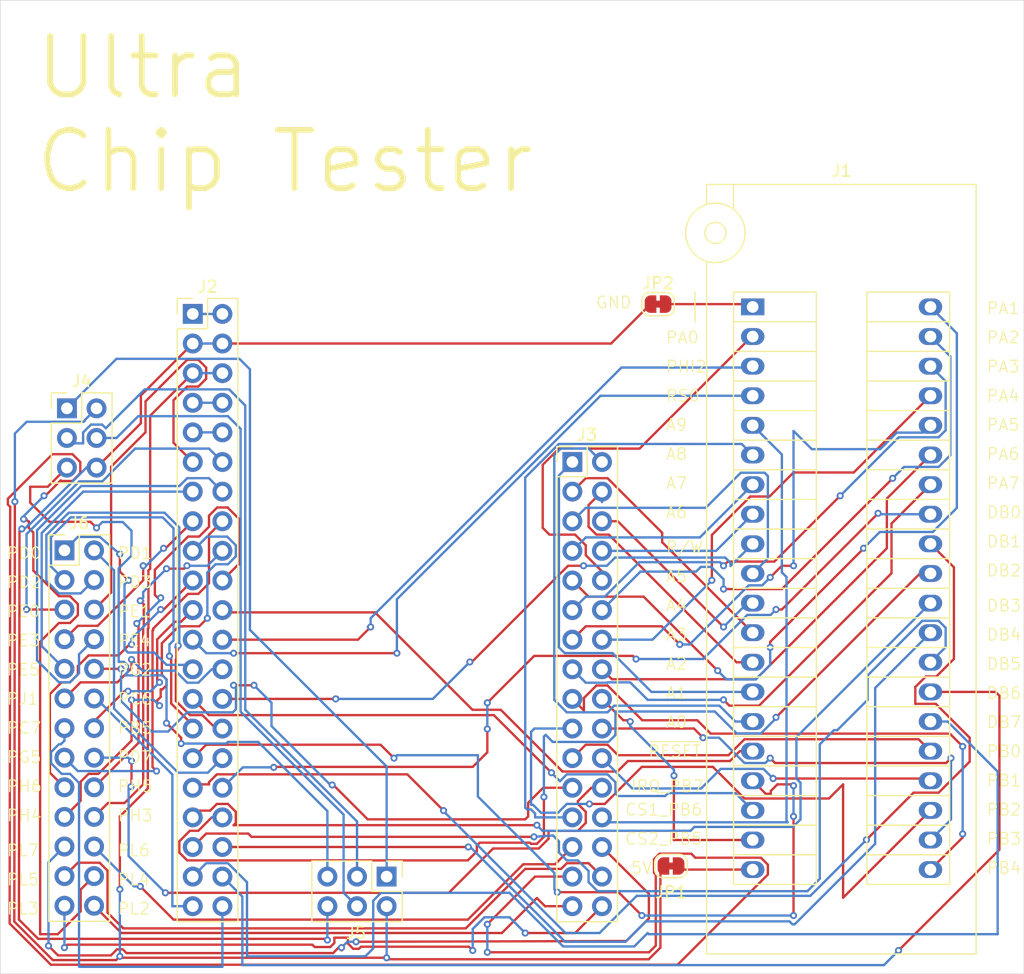
<source format=kicad_pcb>
(kicad_pcb (version 20240108) (generator "pcbnew") (generator_version "8.0")
  (layers (0 "F.Cu" signal) (31 "B.Cu" signal) (34 "B.Paste" user) (35 "F.Paste" user) (36 "B.SilkS" user "B.Silkscreen") (37 "F.SilkS" user "F.Silkscreen") (38 "B.Mask" user) (39 "F.Mask" user) (44 "Edge.Cuts" user))
  (net 0 "")
  (net 1 "/DB0")
  (net 2 "/PB4")
  (net 3 "/DB5")
  (net 4 "/A6")
  (net 5 "/PB0")
  (net 6 "Net-(J1-Pin_1)")
  (net 7 "/A8")
  (net 8 "/CS1_PB6")
  (net 9 "/DB1")
  (net 10 "/A7")
  (net 11 "/PA2")
  (net 12 "/PA5")
  (net 13 "/PA1")
  (net 14 "/PB6_{MCU}")
  (net 15 "/PB3")
  (net 16 "/A3")
  (net 17 "Net-(J1-Pin_20)")
  (net 18 "/DB2")
  (net 19 "/PA7")
  (net 20 "/PA3")
  (net 21 "/A5")
  (net 22 "/A0")
  (net 23 "/A4")
  (net 24 "/PB1")
  (net 25 "/DB6")
  (net 26 "/A2")
  (net 27 "/PA4")
  (net 28 "/PB7_{MCU}")
  (net 29 "/PA6")
  (net 30 "/A9")
  (net 31 "/DB3")
  (net 32 "/PH1")
  (net 33 "/DB7")
  (net 34 "/PB4_{MCU}")
  (net 35 "/PB2")
  (net 36 "/IRQ_PB7")
  (net 37 "/DB4")
  (net 38 "/A1")
  (net 39 "/CS2_PB5")
  (net 40 "/PA0")
  (net 41 "+3V3")
  (net 42 "/AREF")
  (net 43 "/PC6")
  (net 44 "/PE3")
  (net 45 "/PD3")
  (net 46 "+5V")
  (net 47 "/PB5_{MCU}")
  (net 48 "/PE5")
  (net 49 "GND")
  (net 50 "/PE0")
  (net 51 "/PJ1")
  (net 52 "VBUS")
  (net 53 "/PE4")
  (net 54 "/PH6")
  (net 55 "/PD2")
  (net 56 "/PG5")
  (net 57 "/PH3")
  (net 58 "/PH5")
  (net 59 "/PD1")
  (net 60 "/PE1")
  (net 61 "/PJ0")
  (net 62 "/PC7")
  (net 63 "/PH4")
  (net 64 "/PL4")
  (net 65 "/PL5")
  (net 66 "/PG2")
  (net 67 "/PL6")
  (net 68 "/PD7")
  (net 69 "/PL7")
  (net 70 "/PL3")
  (net 71 "/PL2")
  (net 72 "/MISO")
  (net 73 "/SCK")
  (net 74 "/MOSI")
  (net 75 "/RESET_{MCU}")
  (footprint "Connector_PinHeader_2.54mm:PinHeader_2x13_P2.54mm_Vertical" (layer "F.Cu") (at 60.5 83.18)
    (property "Reference" "J6")
    (property "Value" "Conn_02x12_Counter_Clockwise")
  )
  (footprint "Connector_PinHeader_2.54mm:PinHeader_2x21_P2.54mm_Vertical" (layer "F.Cu") (at 71.5 62.9)
    (property "Reference" "J2")
    (property "Value" "Conn_02x21_Odd_Even")
  )
  (footprint "Connector_PinHeader_2.54mm:PinHeader_2x03_P2.54mm_Vertical" (layer "F.Cu") (at 60.71 71)
    (property "Reference" "J4")
    (property "Value" "Conn_02x03_Odd_Even")
  )
  (footprint "Jumper:SolderJumper-2_P1.3mm_Bridged_RoundedPad1.0x1.5mm" (layer "F.Cu") (at 112.5 110.25)
    (property "Reference" "JP1")
    (property "Value" "Jumper_2_Bridged")
  )
  (footprint "Socket:3M_Textool_240-1288-00-0602J_2x20_P2.54mm" (layer "F.Cu") (at 119.5 62.3)
    (property "Reference" "J1")
    (property "Value" "Conn_02x20_Counter_Clockwise")
  )
  (footprint "Jumper:SolderJumper-2_P1.3mm_Bridged_RoundedPad1.0x1.5mm" (layer "F.Cu") (at 111.39 62.06)
    (property "Reference" "JP2")
    (property "Value" "Jumper_2_Bridged")
  )
  (footprint "Connector_PinHeader_2.54mm:PinHeader_2x03_P2.54mm_Vertical" (layer "F.Cu") (at 88.12 111.16 -90)
    (property "Reference" "J5")
    (property "Value" "Conn_02x03_Odd_Even")
  )
  (footprint "Connector_PinHeader_2.54mm:PinHeader_2x16_P2.54mm_Vertical" (layer "F.Cu") (at 104.04 75.6)
    (property "Reference" "J3")
    (property "Value" "Conn_02x16_Odd_Even")
  )
  (gr_rect (start 55 36) (end 142.75 119.5) (stroke (width 0.05)) (fill none) (layer "Edge.Cuts"))
  (gr_text "PE3" (at 55.5 91.5 0) (layer "F.SilkS") (effects (font (size 1 1) (thickness 0.1)) (justify left bottom)))
  (gr_text "DB0" (at 139.5 80.5 0) (layer "F.SilkS") (effects (font (size 1 1) (thickness 0.1)) (justify left bottom)))
  (gr_text "PE0" (at 55.5 89 0) (layer "F.SilkS") (effects (font (size 1 1) (thickness 0.1)) (justify left bottom)))
  (gr_text "DB5" (at 139.5 93.5 0) (layer "F.SilkS") (effects (font (size 1 1) (thickness 0.1)) (justify left bottom)))
  (gr_text "A6" (at 112 80.5 0) (layer "F.SilkS") (effects (font (size 1 1) (thickness 0.1)) (justify left bottom)))
  (gr_text "Ultra\nChip Tester" (at 57.75 52.75 0) (layer "F.SilkS") (effects (font (size 5 5) (thickness 0.5)) (justify left bottom)))
  (gr_text "PB4" (at 139.5 111 0) (layer "F.SilkS") (effects (font (size 1 1) (thickness 0.1)) (justify left bottom)))
  (gr_text "DB6" (at 139.5 96 0) (layer "F.SilkS") (effects (font (size 1 1) (thickness 0.1)) (justify left bottom)))
  (gr_text "DB4" (at 139.5 91 0) (layer "F.SilkS") (effects (font (size 1 1) (thickness 0.1)) (justify left bottom)))
  (gr_text "PA3" (at 139.5 68 0) (layer "F.SilkS") (effects (font (size 1 1) (thickness 0.1)) (justify left bottom)))
  (gr_text "A2" (at 112 93.5 0) (layer "F.SilkS") (effects (font (size 1 1) (thickness 0.1)) (justify left bottom)))
  (gr_text "PA6" (at 139.5 75.5 0) (layer "F.SilkS") (effects (font (size 1 1) (thickness 0.1)) (justify left bottom)))
  (gr_text "R/W" (at 112 83.5 0) (layer "F.SilkS") (effects (font (size 1 1) (thickness 0.1)) (justify left bottom)))
  (gr_text "PL7" (at 55.5 109.5 0) (layer "F.SilkS") (effects (font (size 1 1) (thickness 0.1)) (justify left bottom)))
  (gr_text "PD0" (at 55.5 84 0) (layer "F.SilkS") (effects (font (size 1 1) (thickness 0.1)) (justify left bottom)))
  (gr_text "PH4" (at 55.5 106.5 0) (layer "F.SilkS") (effects (font (size 1 1) (thickness 0.1)) (justify left bottom)))
  (gr_text "PA0" (at 112 65.5 0) (layer "F.SilkS") (effects (font (size 1 1) (thickness 0.1)) (justify left bottom)))
  (gr_text "PL2" (at 65 114.5 0) (layer "F.SilkS") (effects (font (size 1 1) (thickness 0.1)) (justify left bottom)))
  (gr_text "PA5" (at 139.5 73 0) (layer "F.SilkS") (effects (font (size 1 1) (thickness 0.1)) (justify left bottom)))
  (gr_text "PB0" (at 139.5 101 0) (layer "F.SilkS") (effects (font (size 1 1) (thickness 0.1)) (justify left bottom)))
  (gr_text "PB2" (at 139.5 106 0) (layer "F.SilkS") (effects (font (size 1 1) (thickness 0.1)) (justify left bottom)))
  (gr_text "CS2_PB5" (at 108.5 108.5 0) (layer "F.SilkS") (effects (font (size 1 1) (thickness 0.1)) (justify left bottom)))
  (gr_text "PHI2" (at 112 68 0) (layer "F.SilkS") (effects (font (size 1 1) (thickness 0.1)) (justify left bottom)))
  (gr_text "A4" (at 112 88.5 0) (layer "F.SilkS") (effects (font (size 1 1) (thickness 0.1)) (justify left bottom)))
  (gr_text "PG2" (at 65 94 0) (layer "F.SilkS") (effects (font (size 1 1) (thickness 0.1)) (justify left bottom)))
  (gr_text "PC7" (at 55.5 99 0) (layer "F.SilkS") (effects (font (size 1 1) (thickness 0.1)) (justify left bottom)))
  (gr_text "PL5" (at 55.5 112 0) (layer "F.SilkS") (effects (font (size 1 1) (thickness 0.1)) (justify left bottom)))
  (gr_text "DB1" (at 139.5 83 0) (layer "F.SilkS") (effects (font (size 1 1) (thickness 0.1)) (justify left bottom)))
  (gr_text "PE4" (at 65 91.5 0) (layer "F.SilkS") (effects (font (size 1 1) (thickness 0.1)) (justify left bottom)))
  (gr_text "DB2" (at 139.5 85.5 0) (layer "F.SilkS") (effects (font (size 1 1) (thickness 0.1)) (justify left bottom)))
  (gr_text "PH6" (at 55.5 104 0) (layer "F.SilkS") (effects (font (size 1 1) (thickness 0.1)) (justify left bottom)))
  (gr_text "PA2" (at 139.5 65.5 0) (layer "F.SilkS") (effects (font (size 1 1) (thickness 0.1)) (justify left bottom)))
  (gr_text "PH3" (at 65 106.5 0) (layer "F.SilkS") (effects (font (size 1 1) (thickness 0.1)) (justify left bottom)))
  (gr_text "PA1" (at 139.5 63 0) (layer "F.SilkS") (effects (font (size 1 1) (thickness 0.1)) (justify left bottom)))
  (gr_text "PH5" (at 65 104 0) (layer "F.SilkS") (effects (font (size 1 1) (thickness 0.1)) (justify left bottom)))
  (gr_text "PD7" (at 65 101.5 0) (layer "F.SilkS") (effects (font (size 1 1) (thickness 0.1)) (justify left bottom)))
  (gr_text "PL4" (at 65 112 0) (layer "F.SilkS") (effects (font (size 1 1) (thickness 0.1)) (justify left bottom)))
  (gr_text "PE1" (at 65 89 0) (layer "F.SilkS") (effects (font (size 1 1) (thickness 0.1)) (justify left bottom)))
  (gr_text "PE5" (at 55.5 94 0) (layer "F.SilkS") (effects (font (size 1 1) (thickness 0.1)) (justify left bottom)))
  (gr_text "A0" (at 112 98.5 0) (layer "F.SilkS") (effects (font (size 1 1) (thickness 0.1)) (justify left bottom)))
  (gr_text "CS1_PB6" (at 108.5 106 0) (layer "F.SilkS") (effects (font (size 1 1) (thickness 0.1)) (justify left bottom)))
  (gr_text "PA4" (at 139.5 70.5 0) (layer "F.SilkS") (effects (font (size 1 1) (thickness 0.1)) (justify left bottom)))
  (gr_text "A8" (at 112 75.5 0) (layer "F.SilkS") (effects (font (size 1 1) (thickness 0.1)) (justify left bottom)))
  (gr_text "A1" (at 112 96 0) (layer "F.SilkS") (effects (font (size 1 1) (thickness 0.1)) (justify left bottom)))
  (gr_text "PA7" (at 139.5 78 0) (layer "F.SilkS") (effects (font (size 1 1) (thickness 0.1)) (justify left bottom)))
  (gr_text "5V" (at 109 111 0) (layer "F.SilkS") (effects (font (size 1 1) (thickness 0.1)) (justify left bottom)))
  (gr_text "RS0" (at 112 70.5 0) (layer "F.SilkS") (effects (font (size 1 1) (thickness 0.1)) (justify left bottom)))
  (gr_text "GND" (at 106 62.5 0) (layer "F.SilkS") (effects (font (size 1 1) (thickness 0.1)) (justify left bottom)))
  (gr_text "IRQ_PB7" (at 109 104 0) (layer "F.SilkS") (effects (font (size 1 1) (thickness 0.1)) (justify left bottom)))
  (gr_text "DB7" (at 139.5 98.5 0) (layer "F.SilkS") (effects (font (size 1 1) (thickness 0.1)) (justify left bottom)))
  (gr_text "PB3" (at 139.5 108.5 0) (layer "F.SilkS") (effects (font (size 1 1) (thickness 0.1)) (justify left bottom)))
  (gr_text "A3" (at 112 91 0) (layer "F.SilkS") (effects (font (size 1 1) (thickness 0.1)) (justify left bottom)))
  (gr_text "A9" (at 112 73 0) (layer "F.SilkS") (effects (font (size 1 1) (thickness 0.1)) (justify left bottom)))
  (gr_text "PD2" (at 55.5 86.5 0) (layer "F.SilkS") (effects (font (size 1 1) (thickness 0.1)) (justify left bottom)))
  (gr_text "PG5" (at 55.5 101.5 0) (layer "F.SilkS") (effects (font (size 1 1) (thickness 0.1)) (justify left bottom)))
  (gr_text "A7" (at 112 78 0) (layer "F.SilkS") (effects (font (size 1 1) (thickness 0.1)) (justify left bottom)))
  (gr_text "DB3" (at 139.5 88.5 0) (layer "F.SilkS") (effects (font (size 1 1) (thickness 0.1)) (justify left bottom)))
  (gr_text "PL3" (at 55.5 114.5 0) (layer "F.SilkS") (effects (font (size 1 1) (thickness 0.1)) (justify left bottom)))
  (gr_text "PD1" (at 65 84 0) (layer "F.SilkS") (effects (font (size 1 1) (thickness 0.1)) (justify left bottom)))
  (gr_text "PB5" (at 65 99 0) (layer "F.SilkS") (effects (font (size 1 1) (thickness 0.1)) (justify left bottom)))
  (gr_text "PJ1" (at 55.5 96.5 0) (layer "F.SilkS") (effects (font (size 1 1) (thickness 0.1)) (justify left bottom)))
  (gr_text "PC6" (at 65 96.5 0) (layer "F.SilkS") (effects (font (size 1 1) (thickness 0.1)) (justify left bottom)))
  (gr_text "~{RESET}" (at 110.5 101 0) (layer "F.SilkS") (effects (font (size 1 1) (thickness 0.1)) (justify left bottom)))
  (gr_text "PL6" (at 65 109.5 0) (layer "F.SilkS") (effects (font (size 1 1) (thickness 0.1)) (justify left bottom)))
  (gr_text "PD3" (at 65 86.5 0) (layer "F.SilkS") (effects (font (size 1 1) (thickness 0.1)) (justify left bottom)))
  (gr_text "A5" (at 112 86 0) (layer "F.SilkS") (effects (font (size 1 1) (thickness 0.1)) (justify left bottom)))
  (gr_text "PB1" (at 139.5 103.5 0) (layer "F.SilkS") (effects (font (size 1 1) (thickness 0.1)) (justify left bottom)))
  (segment (start 95.5 101.75) (end 96.75 100.5) (width 0.2) (layer "F.Cu") (net 1))
  (segment (start 78.481472 101.75) (end 95.5 101.75) (width 0.2) (layer "F.Cu") (net 1))
  (segment (start 78.441472 101.79) (end 78.481472 101.75) (width 0.2) (layer "F.Cu") (net 1))
  (segment (start 130.25 80) (end 122 88.25) (width 0.2) (layer "F.Cu") (net 1))
  (segment (start 109.23 92.23) (end 109.5 92.5) (width 0.2) (layer "F.Cu") (net 1))
  (segment (start 96.75 96.25) (end 100.77 92.23) (width 0.2) (layer "F.Cu") (net 1))
  (segment (start 96.75 100.5) (end 96.75 98.5) (width 0.2) (layer "F.Cu") (net 1))
  (segment (start 122 88.25) (end 121.5 88.25) (width 0.2) (layer "F.Cu") (net 1))
  (segment (start 100.77 92.23) (end 109.23 92.23) (width 0.2) (layer "F.Cu") (net 1))
  (via (at 78.441472 101.79) (size 0.6) (drill 0.3) (layers "F.Cu" "B.Cu") (net 1))
  (via (at 109.5 92.5) (size 0.6) (drill 0.3) (layers "F.Cu" "B.Cu") (net 1))
  (via (at 96.75 96.25) (size 0.6) (drill 0.3) (layers "F.Cu" "B.Cu") (net 1))
  (via (at 121.5 88.25) (size 0.6) (drill 0.3) (layers "F.Cu" "B.Cu") (net 1))
  (via (at 130.25 80) (size 0.6) (drill 0.3) (layers "F.Cu" "B.Cu") (net 1))
  (via (at 96.75 98.5) (size 0.6) (drill 0.3) (layers "F.Cu" "B.Cu") (net 1))
  (segment (start 96.75 98.5) (end 96.75 96.25) (width 0.2) (layer "B.Cu") (net 1))
  (segment (start 130.25 80) (end 130.33 80.08) (width 0.2) (layer "B.Cu") (net 1))
  (segment (start 75.79 101.79) (end 74.04 103.54) (width 0.2) (layer "B.Cu") (net 1))
  (segment (start 130.33 80.08) (end 134.74 80.08) (width 0.2) (layer "B.Cu") (net 1))
  (segment (start 121.5 88.25) (end 121.03 88.72) (width 0.2) (layer "B.Cu") (net 1))
  (segment (start 121.03 88.72) (end 119.03 88.72) (width 0.2) (layer "B.Cu") (net 1))
  (segment (start 78.441472 101.79) (end 75.79 101.79) (width 0.2) (layer "B.Cu") (net 1))
  (segment (start 119.03 88.72) (end 115.25 92.5) (width 0.2) (layer "B.Cu") (net 1))
  (segment (start 115.25 92.5) (end 109.5 92.5) (width 0.2) (layer "B.Cu") (net 1))
  (segment (start 106.103654 94.77) (end 107.056346 94.77) (width 0.2) (layer "F.Cu") (net 2))
  (segment (start 105.03 95.843654) (end 106.103654 94.77) (width 0.2) (layer "F.Cu") (net 2))
  (segment (start 137.5 107.5) (end 137.5 107.8) (width 0.2) (layer "F.Cu") (net 2))
  (segment (start 104.04 95.92) (end 105.03 96.91) (width 0.2) (layer "F.Cu") (net 2))
  (segment (start 110.036346 97.75) (end 114.75 97.75) (width 0.2) (layer "F.Cu") (net 2))
  (segment (start 137.5 107.8) (end 134.74 110.56) (width 0.2) (layer "F.Cu") (net 2))
  (segment (start 105.03 96.91) (end 105.03 95.843654) (width 0.2) (layer "F.Cu") (net 2))
  (segment (start 114.75 97.75) (end 115.897502 98.897502) (width 0.2) (layer "F.Cu") (net 2))
  (segment (start 115.897502 98.897502) (end 136.397502 98.897502) (width 0.2) (layer "F.Cu") (net 2))
  (segment (start 136.397502 98.897502) (end 137.5 100) (width 0.2) (layer "F.Cu") (net 2))
  (segment (start 107.056346 94.77) (end 110.036346 97.75) (width 0.2) (layer "F.Cu") (net 2))
  (via (at 137.5 107.5) (size 0.6) (drill 0.3) (layers "F.Cu" "B.Cu") (net 2))
  (via (at 137.5 100) (size 0.6) (drill 0.3) (layers "F.Cu" "B.Cu") (net 2))
  (segment (start 137.5 100) (end 137.5 107.5) (width 0.2) (layer "B.Cu") (net 2))
  (segment (start 76.256346 107.47) (end 72.65 107.47) (width 0.2) (layer "F.Cu") (net 3))
  (segment (start 72.65 107.47) (end 71.5 108.62) (width 0.2) (layer "F.Cu") (net 3))
  (segment (start 100.75 107.75) (end 76.536346 107.75) (width 0.2) (layer "F.Cu") (net 3))
  (segment (start 76.536346 107.75) (end 76.256346 107.47) (width 0.2) (layer "F.Cu") (net 3))
  (via (at 100.75 107.75) (size 0.6) (drill 0.3) (layers "F.Cu" "B.Cu") (net 3))
  (segment (start 106.203654 112.41) (end 124.19 112.41) (width 0.2) (layer "B.Cu") (net 3))
  (segment (start 100.75 107.75) (end 102.376346 107.63) (width 0.2) (layer "B.Cu") (net 3))
  (segment (start 103.563654 109.77) (end 104.516346 109.77) (width 0.2) (layer "B.Cu") (net 3))
  (segment (start 102.89 109.096346) (end 103.563654 109.77) (width 0.2) (layer "B.Cu") (net 3))
  (segment (start 126.465686 98.6) (end 126.748529 98.6) (width 0.2) (layer "B.Cu") (net 3))
  (segment (start 135.442498 89.22) (end 136.04 89.817502) (width 0.2) (layer "B.Cu") (net 3))
  (segment (start 129.35 93.907502) (end 134.037502 89.22) (width 0.2) (layer "B.Cu") (net 3))
  (segment (start 102.89 108.143654) (end 102.89 109.096346) (width 0.2) (layer "B.Cu") (net 3))
  (segment (start 125.25 99.815686) (end 126.465686 98.6) (width 0.2) (layer "B.Cu") (net 3))
  (segment (start 104.516346 109.77) (end 105.43 110.683654) (width 0.2) (layer "B.Cu") (net 3))
  (segment (start 124.19 112.41) (end 125.25 111.35) (width 0.2) (layer "B.Cu") (net 3))
  (segment (start 136.04 89.817502) (end 136.04 91.48) (width 0.2) (layer "B.Cu") (net 3))
  (segment (start 125.25 111.35) (end 125.25 99.815686) (width 0.2) (layer "B.Cu") (net 3))
  (segment (start 136.04 91.48) (end 134.74 92.78) (width 0.2) (layer "B.Cu") (net 3))
  (segment (start 134.037502 89.22) (end 135.442498 89.22) (width 0.2) (layer "B.Cu") (net 3))
  (segment (start 105.43 111.636346) (end 106.203654 112.41) (width 0.2) (layer "B.Cu") (net 3))
  (segment (start 100.781471 107.63) (end 100.75 107.75) (width 0.2) (layer "B.Cu") (net 3))
  (segment (start 126.748529 98.6) (end 129.35 95.998529) (width 0.2) (layer "B.Cu") (net 3))
  (segment (start 105.43 110.683654) (end 105.43 111.636346) (width 0.2) (layer "B.Cu") (net 3))
  (segment (start 102.376346 107.63) (end 102.89 108.143654) (width 0.2) (layer "B.Cu") (net 3))
  (segment (start 129.35 95.998529) (end 129.35 93.907502) (width 0.2) (layer "B.Cu") (net 3))
  (segment (start 106.58 83.22) (end 116.36 83.22) (width 0.2) (layer "B.Cu") (net 4))
  (segment (start 116.36 83.22) (end 119.5 80.08) (width 0.2) (layer "B.Cu") (net 4))
  (segment (start 133.72 99.38) (end 134.74 100.4) (width 0.2) (layer "F.Cu") (net 5))
  (segment (start 104.54 101.5) (end 104.54 101.413654) (width 0.2) (layer "F.Cu") (net 5))
  (segment (start 104.04 101) (end 105.19 99.85) (width 0.2) (layer "F.Cu") (net 5))
  (segment (start 107.956346 100.75) (end 117.427502 100.75) (width 0.2) (layer "F.Cu") (net 5))
  (segment (start 104.04 101) (end 104.54 101.5) (width 0.2) (layer "F.Cu") (net 5))
  (segment (start 105.19 99.85) (end 107.056346 99.85) (width 0.2) (layer "F.Cu") (net 5))
  (segment (start 118.797502 99.38) (end 133.72 99.38) (width 0.2) (layer "F.Cu") (net 5))
  (segment (start 107.056346 99.85) (end 107.956346 100.75) (width 0.2) (layer "F.Cu") (net 5))
  (segment (start 117.427502 100.75) (end 118.797502 99.38) (width 0.2) (layer "F.Cu") (net 5))
  (segment (start 119.26 62.06) (end 119.5 62.3) (width 0.2) (layer "F.Cu") (net 6))
  (segment (start 112.04 62.06) (end 119.26 62.06) (width 0.2) (layer "F.Cu") (net 6))
  (segment (start 102.884314 74.05) (end 118.55 74.05) (width 0.2) (layer "B.Cu") (net 7))
  (segment (start 104.04 106.08) (end 100.85 106.08) (width 0.2) (layer "B.Cu") (net 7))
  (segment (start 100.15 105.4) (end 100 105.25) (width 0.2) (layer "B.Cu") (net 7))
  (segment (start 100.85 105.751471) (end 100.498529 105.4) (width 0.2) (layer "B.Cu") (net 7))
  (segment (start 118.55 74.05) (end 119.5 75) (width 0.2) (layer "B.Cu") (net 7))
  (segment (start 100 76.934314) (end 102.884314 74.05) (width 0.2) (layer "B.Cu") (net 7))
  (segment (start 100.85 106.08) (end 100.85 105.751471) (width 0.2) (layer "B.Cu") (net 7))
  (segment (start 100 105.25) (end 100 76.934314) (width 0.2) (layer "B.Cu") (net 7))
  (segment (start 100.498529 105.4) (end 100.15 105.4) (width 0.2) (layer "B.Cu") (net 7))
  (segment (start 102.25 102.25) (end 97.31 97.31) (width 0.2) (layer "F.Cu") (net 8))
  (segment (start 97.31 97.31) (end 72.89 97.31) (width 0.2) (layer "F.Cu") (net 8))
  (segment (start 72.89 97.31) (end 71.5 95.92) (width 0.2) (layer "F.Cu") (net 8))
  (via (at 102.25 102.25) (size 0.6) (drill 0.3) (layers "F.Cu" "B.Cu") (net 8))
  (segment (start 102.25 102.39) (end 102.25 102.25) (width 0.2) (layer "B.Cu") (net 8))
  (segment (start 112.25 104) (end 118.02 104) (width 0.2) (layer "B.Cu") (net 8))
  (segment (start 103.563654 102.39) (end 107.056346 102.39) (width 0.2) (layer "B.Cu") (net 8))
  (segment (start 107.963654 104.25) (end 112 104.25) (width 0.2) (layer "B.Cu") (net 8))
  (segment (start 112 104.25) (end 112.25 104) (width 0.2) (layer "B.Cu") (net 8))
  (segment (start 118.02 104) (end 119.5 105.48) (width 0.2) (layer "B.Cu") (net 8))
  (segment (start 107.73 104.016346) (end 107.963654 104.25) (width 0.2) (layer "B.Cu") (net 8))
  (segment (start 107.73 103.063654) (end 107.73 104.016346) (width 0.2) (layer "B.Cu") (net 8))
  (segment (start 102.25 102.25) (end 102.976827 102.976827) (width 0.2) (layer "B.Cu") (net 8))
  (segment (start 102.976827 102.976827) (end 103.563654 102.39) (width 0.2) (layer "B.Cu") (net 8))
  (segment (start 107.056346 102.39) (end 107.73 103.063654) (width 0.2) (layer "B.Cu") (net 8))
  (segment (start 73.563654 102.39) (end 89.89 102.39) (width 0.2) (layer "F.Cu") (net 9))
  (segment (start 133.44 94.897502) (end 134.337502 94) (width 0.2) (layer "F.Cu") (net 9))
  (segment (start 133.44 96.34) (end 133.44 94.897502) (width 0.2) (layer "F.Cu") (net 9))
  (segment (start 134.337502 94) (end 135.242498 94) (width 0.2) (layer "F.Cu") (net 9))
  (segment (start 135.242498 94) (end 136.75 92.492498) (width 0.2) (layer "F.Cu") (net 9))
  (segment (start 135.194314 96.34) (end 133.44 96.34) (width 0.2) (layer "F.Cu") (net 9))
  (segment (start 133.29 103.96) (end 135.442498 103.96) (width 0.2) (layer "F.Cu") (net 9))
  (segment (start 71.5 103.54) (end 71.79 103.25) (width 0.2) (layer "F.Cu") (net 9))
  (segment (start 135.442498 103.96) (end 138.1 101.302498) (width 0.2) (layer "F.Cu") (net 9))
  (segment (start 72.89 103.25) (end 72.89 103.063654) (width 0.2) (layer "F.Cu") (net 9))
  (segment (start 136.75 92.492498) (end 136.75 84.63) (width 0.2) (layer "F.Cu") (net 9))
  (segment (start 89.89 102.39) (end 93 105.5) (width 0.2) (layer "F.Cu") (net 9))
  (segment (start 72.89 103.063654) (end 73.563654 102.39) (width 0.2) (layer "F.Cu") (net 9))
  (segment (start 129.25 108) (end 133.29 103.96) (width 0.2) (layer "F.Cu") (net 9))
  (segment (start 138.1 101.302498) (end 138.1 99.245686) (width 0.2) (layer "F.Cu") (net 9))
  (segment (start 71.79 103.25) (end 72.89 103.25) (width 0.2) (layer "F.Cu") (net 9))
  (segment (start 136.75 84.63) (end 134.74 82.62) (width 0.2) (layer "F.Cu") (net 9))
  (segment (start 138.1 99.245686) (end 135.194314 96.34) (width 0.2) (layer "F.Cu") (net 9))
  (via (at 129.25 108) (size 0.6) (drill 0.3) (layers "F.Cu" "B.Cu") (net 9))
  (via (at 93 105.5) (size 0.6) (drill 0.3) (layers "F.Cu" "B.Cu") (net 9))
  (segment (start 124.44 112.81) (end 129.25 108) (width 0.2) (layer "B.Cu") (net 9))
  (segment (start 109.56 112.81) (end 124.44 112.81) (width 0.2) (layer "B.Cu") (net 9))
  (segment (start 92.948984 105.5) (end 93 105.5) (width 0.2) (layer "B.Cu") (net 9))
  (segment (start 106.37 116) (end 109.56 112.81) (width 0.2) (layer "B.Cu") (net 9))
  (segment (start 92.837968 105.388984) (end 92.948984 105.5) (width 0.2) (layer "B.Cu") (net 9))
  (segment (start 103.448984 116) (end 106.37 116) (width 0.2) (layer "B.Cu") (net 9))
  (segment (start 93 105.5) (end 93 105.551016) (width 0.2) (layer "B.Cu") (net 9))
  (segment (start 93 105.551016) (end 103.448984 116) (width 0.2) (layer "B.Cu") (net 9))
  (segment (start 105.19 82.07) (end 114.97 82.07) (width 0.2) (layer "B.Cu") (net 10))
  (segment (start 114.97 82.07) (end 119.5 77.54) (width 0.2) (layer "B.Cu") (net 10))
  (segment (start 104.04 83.22) (end 105.19 82.07) (width 0.2) (layer "B.Cu") (net 10))
  (segment (start 122 86.5) (end 131.5 77) (width 0.2) (layer "F.Cu") (net 11))
  (segment (start 117 86.5) (end 122 86.5) (width 0.2) (layer "F.Cu") (net 11))
  (via (at 117 86.5) (size 0.6) (drill 0.3) (layers "F.Cu" "B.Cu") (net 11))
  (via (at 131.5 77) (size 0.6) (drill 0.3) (layers "F.Cu" "B.Cu") (net 11))
  (segment (start 106.58 88.3) (end 109.88 85) (width 0.2) (layer "B.Cu") (net 11))
  (segment (start 136.44 66.54) (end 134.74 64.84) (width 0.2) (layer "B.Cu") (net 11))
  (segment (start 115.055736 84.595735) (end 115.944264 84.595735) (width 0.2) (layer "B.Cu") (net 11))
  (segment (start 136.44 75.022498) (end 136.44 66.54) (width 0.2) (layer "B.Cu") (net 11))
  (segment (start 109.88 85) (end 114.651471 85) (width 0.2) (layer "B.Cu") (net 11))
  (segment (start 135.442498 76.02) (end 136.44 75.022498) (width 0.2) (layer "B.Cu") (net 11))
  (segment (start 106.58 88.42) (end 106.5 88.5) (width 0.2) (layer "B.Cu") (net 11))
  (segment (start 114.651471 85) (end 115.055736 84.595735) (width 0.2) (layer "B.Cu") (net 11))
  (segment (start 117 85.651471) (end 117 86.5) (width 0.2) (layer "B.Cu") (net 11))
  (segment (start 131.5 77) (end 132.48 76.02) (width 0.2) (layer "B.Cu") (net 11))
  (segment (start 115.944264 84.595735) (end 117 85.651471) (width 0.2) (layer "B.Cu") (net 11))
  (segment (start 132.48 76.02) (end 135.442498 76.02) (width 0.2) (layer "B.Cu") (net 11))
  (segment (start 106.58 88.42) (end 106.58 88.3) (width 0.2) (layer "B.Cu") (net 11))
  (segment (start 111.69 89.69) (end 113.25 91.25) (width 0.2) (layer "F.Cu") (net 12))
  (segment (start 104.04 90.84) (end 105.19 89.69) (width 0.2) (layer "F.Cu") (net 12))
  (segment (start 122 84.5) (end 123 84.5) (width 0.2) (layer "F.Cu") (net 12))
  (segment (start 105.19 89.69) (end 111.69 89.69) (width 0.2) (layer "F.Cu") (net 12))
  (segment (start 121 85.5) (end 122 84.5) (width 0.2) (layer "F.Cu") (net 12))
  (via (at 113.25 91.25) (size 0.6) (drill 0.3) (layers "F.Cu" "B.Cu") (net 12))
  (via (at 123 84.5) (size 0.6) (drill 0.3) (layers "F.Cu" "B.Cu") (net 12))
  (via (at 121 85.5) (size 0.6) (drill 0.3) (layers "F.Cu" "B.Cu") (net 12))
  (segment (start 114.09 91.25) (end 113.25 91.25) (width 0.2) (layer "B.Cu") (net 12))
  (segment (start 124.565685 74.5) (end 123 72.934315) (width 0.2) (layer "B.Cu") (net 12))
  (segment (start 121 85.5) (end 120.32 86.18) (width 0.2) (layer "B.Cu") (net 12))
  (segment (start 120.32 86.18) (end 119.16 86.18) (width 0.2) (layer "B.Cu") (net 12))
  (segment (start 119.16 86.18) (end 114.09 91.25) (width 0.2) (layer "B.Cu") (net 12))
  (segment (start 131.854314 73.08) (end 130.434314 74.5) (width 0.2) (layer "B.Cu") (net 12))
  (segment (start 130.434314 74.5) (end 124.565685 74.5) (width 0.2) (layer "B.Cu") (net 12))
  (segment (start 121 85.5) (end 120.8 85.582498) (width 0.2) (layer "B.Cu") (net 12))
  (segment (start 134.12 73.08) (end 131.854314 73.08) (width 0.2) (layer "B.Cu") (net 12))
  (segment (start 134.74 72.46) (end 134.12 73.08) (width 0.2) (layer "B.Cu") (net 12))
  (segment (start 123 72.934315) (end 123 84.5) (width 0.2) (layer "B.Cu") (net 12))
  (segment (start 110.15 87.15) (end 105.43 87.15) (width 0.2) (layer "F.Cu") (net 13))
  (segment (start 121 91.028184) (end 129 83.028184) (width 0.2) (layer "F.Cu") (net 13))
  (segment (start 105.43 87.15) (end 104.04 85.76) (width 0.2) (layer "F.Cu") (net 13))
  (segment (start 116.5 93.5) (end 110.15 87.15) (width 0.2) (layer "F.Cu") (net 13))
  (segment (start 129.028184 83) (end 129 83.028184) (width 0.2) (layer "F.Cu") (net 13))
  (segment (start 129 83) (end 129.028184 83) (width 0.2) (layer "F.Cu") (net 13))
  (segment (start 121 91.5) (end 121 91.028184) (width 0.2) (layer "F.Cu") (net 13))
  (segment (start 129 83.028184) (end 129 83) (width 0.2) (layer "F.Cu") (net 13))
  (via (at 121 91.5) (size 0.6) (drill 0.3) (layers "F.Cu" "B.Cu") (net 13))
  (via (at 129 83) (size 0.6) (drill 0.3) (layers "F.Cu" "B.Cu") (net 13))
  (via (at 116.5 93.5) (size 0.6) (drill 0.3) (layers "F.Cu" "B.Cu") (net 13))
  (segment (start 121 93.002498) (end 121 91.5) (width 0.2) (layer "B.Cu") (net 13))
  (segment (start 129 83) (end 130.4 81.6) (width 0.2) (layer "B.Cu") (net 13))
  (segment (start 137 79.542498) (end 137 64.56) (width 0.2) (layer "B.Cu") (net 13))
  (segment (start 117.25 94.25) (end 119.752498 94.25) (width 0.2) (layer "B.Cu") (net 13))
  (segment (start 116.5 93.5) (end 117.25 94.25) (width 0.2) (layer "B.Cu") (net 13))
  (segment (start 137 64.56) (end 134.74 62.3) (width 0.2) (layer "B.Cu") (net 13))
  (segment (start 130.4 81.6) (end 134.942498 81.6) (width 0.2) (layer "B.Cu") (net 13))
  (segment (start 134.942498 81.6) (end 137 79.542498) (width 0.2) (layer "B.Cu") (net 13))
  (segment (start 119.752498 94.25) (end 121 93.002498) (width 0.2) (layer "B.Cu") (net 13))
  (segment (start 74.04 90.84) (end 85.66 90.84) (width 0.2) (layer "F.Cu") (net 14))
  (segment (start 85.66 90.84) (end 86.75 89.75) (width 0.2) (layer "F.Cu") (net 14))
  (via (at 86.75 89.75) (size 0.6) (drill 0.3) (layers "F.Cu" "B.Cu") (net 14))
  (segment (start 86.75 89) (end 108.25 67.5) (width 0.2) (layer "B.Cu") (net 14))
  (segment (start 86.618628 89.75) (end 86.75 89.75) (width 0.2) (layer "B.Cu") (net 14))
  (segment (start 86.618628 89.75) (end 86.618628 89.75) (width 0.2) (layer "B.Cu") (net 14))
  (segment (start 86.5 89.75) (end 86.618628 89.75) (width 0.2) (layer "B.Cu") (net 14))
  (segment (start 119.38 67.5) (end 119.5 67.38) (width 0.2) (layer "B.Cu") (net 14))
  (segment (start 108.25 67.5) (end 119.38 67.5) (width 0.2) (layer "B.Cu") (net 14))
  (segment (start 86.75 89.75) (end 86.75 89) (width 0.2) (layer "B.Cu") (net 14))
  (segment (start 106.58 98.46) (end 114.46 98.46) (width 0.2) (layer "F.Cu") (net 15))
  (segment (start 121.42 101.42) (end 136.08 101.42) (width 0.2) (layer "F.Cu") (net 15))
  (segment (start 121 101) (end 121.42 101.42) (width 0.2) (layer "F.Cu") (net 15))
  (segment (start 114.46 98.46) (end 115.25 99.25) (width 0.2) (layer "F.Cu") (net 15))
  (segment (start 136.08 101.42) (end 136.5 101) (width 0.2) (layer "F.Cu") (net 15))
  (via (at 121 101) (size 0.6) (drill 0.3) (layers "F.Cu" "B.Cu") (net 15))
  (via (at 136.5 101) (size 0.6) (drill 0.3) (layers "F.Cu" "B.Cu") (net 15))
  (via (at 115.25 99.25) (size 0.6) (drill 0.3) (layers "F.Cu" "B.Cu") (net 15))
  (segment (start 115.25 99.25) (end 115 99.25) (width 0.2) (layer "B.Cu") (net 15))
  (segment (start 121 101) (end 120.58 101.42) (width 0.2) (layer "B.Cu") (net 15))
  (segment (start 136.5 106.26) (end 134.74 108.02) (width 0.2) (layer "B.Cu") (net 15))
  (segment (start 118.797502 101.42) (end 116.627502 99.25) (width 0.2) (layer "B.Cu") (net 15))
  (segment (start 136.5 101) (end 136.5 106.26) (width 0.2) (layer "B.Cu") (net 15))
  (segment (start 120.58 101.42) (end 118.797502 101.42) (width 0.2) (layer "B.Cu") (net 15))
  (segment (start 116.627502 99.25) (end 115.25 99.25) (width 0.2) (layer "B.Cu") (net 15))
  (segment (start 107.056346 76.99) (end 105.19 76.99) (width 0.2) (layer "F.Cu") (net 16))
  (segment (start 105.19 76.99) (end 104.04 78.14) (width 0.2) (layer "F.Cu") (net 16))
  (segment (start 119.5 90.24) (end 111.74 82.48) (width 0.2) (layer "F.Cu") (net 16))
  (segment (start 111.74 81.673654) (end 107.056346 76.99) (width 0.2) (layer "F.Cu") (net 16))
  (segment (start 111.74 82.48) (end 111.74 81.673654) (width 0.2) (layer "F.Cu") (net 16))
  (segment (start 112.89 110.56) (end 119.5 110.56) (width 0.2) (layer "F.Cu") (net 17))
  (segment (start 95.078529 109.77) (end 71.02 109.77) (width 0.2) (layer "F.Cu") (net 18))
  (segment (start 133.84 85.16) (end 122 97) (width 0.2) (layer "F.Cu") (net 18))
  (segment (start 71.976346 107.23) (end 73.126346 106.08) (width 0.2) (layer "F.Cu") (net 18))
  (segment (start 101.6 107.748529) (end 100.998529 108.35) (width 0.2) (layer "F.Cu") (net 18))
  (segment (start 122 97) (end 121.5 97.5) (width 0.2) (layer "F.Cu") (net 18))
  (segment (start 70.35 109.1) (end 70.35 108.13) (width 0.2) (layer "F.Cu") (net 18))
  (segment (start 96.101471 108.25) (end 95.85 108.501471) (width 0.2) (layer "F.Cu") (net 18))
  (segment (start 100.401471 108.25) (end 96.101471 108.25) (width 0.2) (layer "F.Cu") (net 18))
  (segment (start 101.6 104.33) (end 101.6 107.748529) (width 0.2) (layer "F.Cu") (net 18))
  (segment (start 95.85 108.998529) (end 95.078529 109.77) (width 0.2) (layer "F.Cu") (net 18))
  (segment (start 100.501471 108.35) (end 100.401471 108.25) (width 0.2) (layer "F.Cu") (net 18))
  (segment (start 134.74 85.16) (end 133.84 85.16) (width 0.2) (layer "F.Cu") (net 18))
  (segment (start 70.35 108.13) (end 71.25 107.23) (width 0.2) (layer "F.Cu") (net 18))
  (segment (start 95.85 108.501471) (end 95.85 108.998529) (width 0.2) (layer "F.Cu") (net 18))
  (segment (start 100.998529 108.35) (end 100.501471 108.35) (width 0.2) (layer "F.Cu") (net 18))
  (segment (start 71.25 107.23) (end 71.976346 107.23) (width 0.2) (layer "F.Cu") (net 18))
  (segment (start 73.126346 106.08) (end 74.04 106.08) (width 0.2) (layer "F.Cu") (net 18))
  (segment (start 71.02 109.77) (end 70.35 109.1) (width 0.2) (layer "F.Cu") (net 18))
  (via (at 121.5 97.5) (size 0.6) (drill 0.3) (layers "F.Cu" "B.Cu") (net 18))
  (via (at 101.6 104.33) (size 0.6) (drill 0.3) (layers "F.Cu" "B.Cu") (net 18))
  (segment (start 107.14 99.61) (end 102.36 99.61) (width 0.2) (layer "B.Cu") (net 18))
  (segment (start 116.25 97) (end 107.692032 97) (width 0.2) (layer "B.Cu") (net 18))
  (segment (start 107.692032 97) (end 107.73 97.037968) (width 0.2) (layer "B.Cu") (net 18))
  (segment (start 121.5 97.5) (end 121.5 97.582498) (width 0.2) (layer "B.Cu") (net 18))
  (segment (start 101.6 99.15) (end 101.6 104.33) (width 0.2) (layer "B.Cu") (net 18))
  (segment (start 107.73 97.037968) (end 107.73 99.02) (width 0.2) (layer "B.Cu") (net 18))
  (segment (start 120.202498 98.88) (end 118.13 98.88) (width 0.2) (layer "B.Cu") (net 18))
  (segment (start 121.5 97.582498) (end 120.202498 98.88) (width 0.2) (layer "B.Cu") (net 18))
  (segment (start 118.13 98.88) (end 116.25 97) (width 0.2) (layer "B.Cu") (net 18))
  (segment (start 73.126346 106.08) (end 74.04 106.08) (width 0.2) (layer "B.Cu") (net 18))
  (segment (start 107.73 99.02) (end 107.14 99.61) (width 0.2) (layer "B.Cu") (net 18))
  (segment (start 102.36 99.61) (end 101.75 99) (width 0.2) (layer "B.Cu") (net 18))
  (segment (start 101.75 99) (end 101.6 99.15) (width 0.2) (layer "B.Cu") (net 18))
  (segment (start 131.4 80.88) (end 131.4 85.142498) (width 0.2) (layer "F.Cu") (net 19))
  (segment (start 117.5 96.5) (end 117 96) (width 0.2) (layer "F.Cu") (net 19))
  (segment (start 131.4 85.142498) (end 120.042498 96.5) (width 0.2) (layer "F.Cu") (net 19))
  (segment (start 134.74 77.54) (end 131.4 80.88) (width 0.2) (layer "F.Cu") (net 19))
  (segment (start 120.042498 96.5) (end 117.5 96.5) (width 0.2) (layer "F.Cu") (net 19))
  (via (at 117 96) (size 0.6) (drill 0.3) (layers "F.Cu" "B.Cu") (net 19))
  (segment (start 117 96) (end 110.5 96) (width 0.2) (layer "B.Cu") (net 19))
  (segment (start 105.19 94.53) (end 104.04 93.38) (width 0.2) (layer "B.Cu") (net 19))
  (segment (start 110.5 96) (end 109 94.5) (width 0.2) (layer "B.Cu") (net 19))
  (segment (start 107.056346 94.53) (end 105.19 94.53) (width 0.2) (layer "B.Cu") (net 19))
  (segment (start 109 94.5) (end 107.086346 94.5) (width 0.2) (layer "B.Cu") (net 19))
  (segment (start 107.086346 94.5) (end 107.056346 94.53) (width 0.2) (layer "B.Cu") (net 19))
  (segment (start 117 84.5) (end 117.36 84.14) (width 0.2) (layer "F.Cu") (net 20))
  (segment (start 117.36 84.14) (end 121.36 84.14) (width 0.2) (layer "F.Cu") (net 20))
  (segment (start 121.36 84.14) (end 127 78.5) (width 0.2) (layer "F.Cu") (net 20))
  (via (at 117 84.5) (size 0.6) (drill 0.3) (layers "F.Cu" "B.Cu") (net 20))
  (via (at 127 78.5) (size 0.6) (drill 0.3) (layers "F.Cu" "B.Cu") (net 20))
  (segment (start 109.770611 84.195735) (end 106.816346 87.15) (width 0.2) (layer "B.Cu") (net 20))
  (segment (start 116.695735 84.195735) (end 109.770611 84.195735) (width 0.2) (layer "B.Cu") (net 20))
  (segment (start 135.442498 73.48) (end 136.04 72.882498) (width 0.2) (layer "B.Cu") (net 20))
  (segment (start 136.04 68.68) (end 134.74 67.38) (width 0.2) (layer "B.Cu") (net 20))
  (segment (start 117 84.5) (end 116.695735 84.195735) (width 0.2) (layer "B.Cu") (net 20))
  (segment (start 106.816346 87.15) (end 105.19 87.15) (width 0.2) (layer "B.Cu") (net 20))
  (segment (start 105.19 87.15) (end 104.04 88.3) (width 0.2) (layer "B.Cu") (net 20))
  (segment (start 136.04 72.882498) (end 136.04 68.68) (width 0.2) (layer "B.Cu") (net 20))
  (segment (start 132.02 73.48) (end 135.442498 73.48) (width 0.2) (layer "B.Cu") (net 20))
  (segment (start 127 78.5) (end 132.02 73.48) (width 0.2) (layer "B.Cu") (net 20))
  (segment (start 120.52 76.52) (end 118.48 76.52) (width 0.2) (layer "B.Cu") (net 21))
  (segment (start 119.5 85.16) (end 120.8 83.86) (width 0.2) (layer "B.Cu") (net 21))
  (segment (start 120.8 83.86) (end 120.8 76.8) (width 0.2) (layer "B.Cu") (net 21))
  (segment (start 105.19 79.53) (end 104.04 80.68) (width 0.2) (layer "B.Cu") (net 21))
  (segment (start 118.48 76.52) (end 115.47 79.53) (width 0.2) (layer "B.Cu") (net 21))
  (segment (start 120.8 76.8) (end 120.52 76.52) (width 0.2) (layer "B.Cu") (net 21))
  (segment (start 115.47 79.53) (end 105.19 79.53) (width 0.2) (layer "B.Cu") (net 21))
  (segment (start 102.49 75.01) (end 102.49 95.996346) (width 0.2) (layer "B.Cu") (net 22))
  (segment (start 106.58 75.6) (end 105.43 74.45) (width 0.2) (layer "B.Cu") (net 22))
  (segment (start 102.49 95.996346) (end 103.563654 97.07) (width 0.2) (layer "B.Cu") (net 22))
  (segment (start 103.05 74.45) (end 102.49 75.01) (width 0.2) (layer "B.Cu") (net 22))
  (segment (start 103.563654 97.07) (end 107.056346 97.07) (width 0.2) (layer "B.Cu") (net 22))
  (segment (start 105.43 74.45) (end 103.05 74.45) (width 0.2) (layer "B.Cu") (net 22))
  (segment (start 116.651471 96.5) (end 118.011471 97.86) (width 0.2) (layer "B.Cu") (net 22))
  (segment (start 107.626346 96.5) (end 116.651471 96.5) (width 0.2) (layer "B.Cu") (net 22))
  (segment (start 118.011471 97.86) (end 119.5 97.86) (width 0.2) (layer "B.Cu") (net 22))
  (segment (start 107.056346 97.07) (end 107.626346 96.5) (width 0.2) (layer "B.Cu") (net 22))
  (segment (start 107.93 80.68) (end 117 89.75) (width 0.2) (layer "F.Cu") (net 23))
  (segment (start 106.58 80.68) (end 107.93 80.68) (width 0.2) (layer "F.Cu") (net 23))
  (via (at 117 89.75) (size 0.6) (drill 0.3) (layers "F.Cu" "B.Cu") (net 23))
  (segment (start 119.05 87.7) (end 119.5 87.7) (width 0.2) (layer "B.Cu") (net 23))
  (segment (start 117 89.75) (end 119.05 87.7) (width 0.2) (layer "B.Cu") (net 23))
  (segment (start 121.25 102.75) (end 134.55 102.75) (width 0.2) (layer "F.Cu") (net 24))
  (segment (start 134.55 102.75) (end 134.74 102.94) (width 0.2) (layer "F.Cu") (net 24))
  (via (at 121.25 102.75) (size 0.6) (drill 0.3) (layers "F.Cu" "B.Cu") (net 24))
  (segment (start 120.42 101.92) (end 121.25 102.75) (width 0.2) (layer "B.Cu") (net 24))
  (segment (start 116.76 101.92) (end 120.42 101.92) (width 0.2) (layer "B.Cu") (net 24))
  (segment (start 121.25 102.75) (end 121.25 102.5) (width 0.2) (layer "B.Cu") (net 24))
  (segment (start 106.58 101) (end 109.18 103.6) (width 0.2) (layer "B.Cu") (net 24))
  (segment (start 109.18 103.6) (end 113.25 103.6) (width 0.2) (layer "B.Cu") (net 24))
  (segment (start 115.08 103.6) (end 116.76 101.92) (width 0.2) (layer "B.Cu") (net 24))
  (segment (start 113.1 103.6) (end 115.08 103.6) (width 0.2) (layer "B.Cu") (net 24))
  (segment (start 140.65 95.65) (end 140.32 95.32) (width 0.2) (layer "F.Cu") (net 25))
  (segment (start 132 117.5) (end 140.65 108.85) (width 0.2) (layer "F.Cu") (net 25))
  (segment (start 140.32 95.32) (end 134.74 95.32) (width 0.2) (layer "F.Cu") (net 25))
  (segment (start 140.65 108.85) (end 140.65 95.65) (width 0.2) (layer "F.Cu") (net 25))
  (via (at 132 117.5) (size 0.6) (drill 0.3) (layers "F.Cu" "B.Cu") (net 25))
  (segment (start 130.75 118.75) (end 132 117.5) (width 0.2) (layer "B.Cu") (net 25))
  (segment (start 75.75 118.75) (end 130.75 118.75) (width 0.2) (layer "B.Cu") (net 25))
  (segment (start 74.04 111.16) (end 75.75 112.87) (width 0.2) (layer "B.Cu") (net 25))
  (segment (start 75.75 112.87) (end 75.75 118.75) (width 0.2) (layer "B.Cu") (net 25))
  (segment (start 106.103654 81.83) (end 107.164314 81.83) (width 0.2) (layer "F.Cu") (net 26))
  (segment (start 106.58 78.14) (end 105.43 79.29) (width 0.2) (layer "F.Cu") (net 26))
  (segment (start 105.43 81.156346) (end 106.103654 81.83) (width 0.2) (layer "F.Cu") (net 26))
  (segment (start 118.114314 92.78) (end 119.5 92.78) (width 0.2) (layer "F.Cu") (net 26))
  (segment (start 107.164314 81.83) (end 118.114314 92.78) (width 0.2) (layer "F.Cu") (net 26))
  (segment (start 105.43 79.29) (end 105.43 81.156346) (width 0.2) (layer "F.Cu") (net 26))
  (segment (start 106.58 78.14) (end 106.58 79.042498) (width 0.2) (layer "B.Cu") (net 26))
  (segment (start 120.94 78.56) (end 119.297502 78.56) (width 0.2) (layer "F.Cu") (net 27))
  (segment (start 128.16 76.5) (end 134.74 69.92) (width 0.2) (layer "F.Cu") (net 27))
  (segment (start 116 81.857502) (end 116 85.75) (width 0.2) (layer "F.Cu") (net 27))
  (segment (start 123 76.5) (end 128.16 76.5) (width 0.2) (layer "F.Cu") (net 27))
  (segment (start 119.297502 78.56) (end 116 81.857502) (width 0.2) (layer "F.Cu") (net 27))
  (segment (start 123 76.5) (end 120.94 78.56) (width 0.2) (layer "F.Cu") (net 27))
  (via (at 116 85.75) (size 0.6) (drill 0.3) (layers "F.Cu" "B.Cu") (net 27))
  (segment (start 110.91 90.84) (end 106.58 90.84) (width 0.2) (layer "B.Cu") (net 27))
  (segment (start 116 85.75) (end 110.91 90.84) (width 0.2) (layer "B.Cu") (net 27))
  (segment (start 89 92) (end 75 92) (width 0.2) (layer "F.Cu") (net 28))
  (via (at 89 92) (size 0.6) (drill 0.3) (layers "F.Cu" "B.Cu") (net 28))
  (via (at 75 92) (size 0.6) (drill 0.3) (layers "F.Cu" "B.Cu") (net 28))
  (segment (start 106.448628 69.92) (end 89 87.368628) (width 0.2) (layer "B.Cu") (net 28))
  (segment (start 113.08 69.92) (end 106.448628 69.92) (width 0.2) (layer "B.Cu") (net 28))
  (segment (start 119.5 69.92) (end 113.08 69.92) (width 0.2) (layer "B.Cu") (net 28))
  (segment (start 89 87.368628) (end 89 92) (width 0.2) (layer "B.Cu") (net 28))
  (segment (start 72.66 92) (end 71.5 90.84) (width 0.2) (layer "B.Cu") (net 28))
  (segment (start 75 92) (end 72.66 92) (width 0.2) (layer "B.Cu") (net 28))
  (segment (start 131 78.74) (end 134.74 75) (width 0.2) (layer "F.Cu") (net 29))
  (segment (start 128.5 85.5) (end 131 83) (width 0.2) (layer "F.Cu") (net 29))
  (segment (start 107.43 94.23) (end 119.772498 94.23) (width 0.2) (layer "F.Cu") (net 29))
  (segment (start 131 83) (end 131 78.74) (width 0.2) (layer "F.Cu") (net 29))
  (segment (start 106.58 93.38) (end 107.43 94.23) (width 0.2) (layer "F.Cu") (net 29))
  (segment (start 128.5 85.502498) (end 128.5 85.5) (width 0.2) (layer "F.Cu") (net 29))
  (segment (start 119.772498 94.23) (end 128.5 85.502498) (width 0.2) (layer "F.Cu") (net 29))
  (segment (start 106.58 106.08) (end 107 106.5) (width 0.2) (layer "B.Cu") (net 30))
  (segment (start 122.5 106.5) (end 122.4 106.4) (width 0.2) (layer "B.Cu") (net 30))
  (segment (start 107 106.5) (end 122.5 106.5) (width 0.2) (layer "B.Cu") (net 30))
  (segment (start 122 74.96) (end 119.5 72.46) (width 0.2) (layer "B.Cu") (net 30))
  (segment (start 122.4 85.465686) (end 122 85.065686) (width 0.2) (layer "B.Cu") (net 30))
  (segment (start 122 85.065686) (end 122 74.96) (width 0.2) (layer "B.Cu") (net 30))
  (segment (start 122.4 106.4) (end 122.4 85.465686) (width 0.2) (layer "B.Cu") (net 30))
  (segment (start 72.08 105.5) (end 71.5 106.08) (width 0.2) (layer "F.Cu") (net 31))
  (segment (start 74.996346 106.75) (end 75.19 106.556346) (width 0.2) (layer "F.Cu") (net 31))
  (segment (start 75.19 106.556346) (end 75.19 105.603654) (width 0.2) (layer "F.Cu") (net 31))
  (segment (start 135.13 87.31) (end 134.74 87.7) (width 0.2) (layer "F.Cu") (net 31))
  (segment (start 101 106.75) (end 74.996346 106.75) (width 0.2) (layer "F.Cu") (net 31))
  (segment (start 72.993654 105.5) (end 72.08 105.5) (width 0.2) (layer "F.Cu") (net 31))
  (segment (start 74.516346 104.93) (end 73.563654 104.93) (width 0.2) (layer "F.Cu") (net 31))
  (segment (start 73.563654 104.93) (end 72.993654 105.5) (width 0.2) (layer "F.Cu") (net 31))
  (segment (start 75.19 105.603654) (end 74.516346 104.93) (width 0.2) (layer "F.Cu") (net 31))
  (via (at 101 106.75) (size 0.6) (drill 0.3) (layers "F.Cu" "B.Cu") (net 31))
  (segment (start 123.248529 102.76) (end 123.248529 99.191471) (width 0.2) (layer "B.Cu") (net 31))
  (segment (start 101.48 107.23) (end 114.17 107.23) (width 0.2) (layer "B.Cu") (net 31))
  (segment (start 123.6 103.111471) (end 123.248529 102.76) (width 0.2) (layer "B.Cu") (net 31))
  (segment (start 114.5 106.9) (end 122.948529 106.9) (width 0.2) (layer "B.Cu") (net 31))
  (segment (start 114.17 107.23) (end 114.5 106.9) (width 0.2) (layer "B.Cu") (net 31))
  (segment (start 122.948529 106.9) (end 123.6 106.248529) (width 0.2) (layer "B.Cu") (net 31))
  (segment (start 101 106.75) (end 101.48 107.23) (width 0.2) (layer "B.Cu") (net 31))
  (segment (start 123.6 106.248529) (end 123.6 103.111471) (width 0.2) (layer "B.Cu") (net 31))
  (segment (start 123.248529 99.191471) (end 134.74 87.7) (width 0.2) (layer "B.Cu") (net 31))
  (segment (start 83.75 95.92) (end 74.04 95.92) (width 0.2) (layer "F.Cu") (net 32))
  (segment (start 83.92 95.75) (end 83.75 95.92) (width 0.2) (layer "F.Cu") (net 32))
  (segment (start 95.423654 92.75) (end 95.25 92.75) (width 0.2) (layer "F.Cu") (net 32))
  (segment (start 105 84.5) (end 103.673654 84.5) (width 0.2) (layer "F.Cu") (net 32))
  (segment (start 95.25 92.75) (end 95.25 92.923654) (width 0.2) (layer "F.Cu") (net 32))
  (segment (start 103.673654 84.5) (end 95.423654 92.75) (width 0.2) (layer "F.Cu") (net 32))
  (via (at 95.25 92.75) (size 0.6) (drill 0.3) (layers "F.Cu" "B.Cu") (net 32))
  (via (at 105 84.5) (size 0.6) (drill 0.3) (layers "F.Cu" "B.Cu") (net 32))
  (via (at 83.75 95.92) (size 0.6) (drill 0.3) (layers "F.Cu" "B.Cu") (net 32))
  (segment (start 107 84.5) (end 107.704265 83.795735) (width 0.2) (layer "B.Cu") (net 32))
  (segment (start 117.6 84.251471) (end 117.6 84.52) (width 0.2) (layer "B.Cu") (net 32))
  (segment (start 117.6 84.52) (end 119.5 82.62) (width 0.2) (layer "B.Cu") (net 32))
  (segment (start 92.08 95.92) (end 83.75 95.92) (width 0.2) (layer "B.Cu") (net 32))
  (segment (start 117.144264 83.795735) (end 117.6 84.251471) (width 0.2) (layer "B.Cu") (net 32))
  (segment (start 107.704265 83.795735) (end 117.144264 83.795735) (width 0.2) (layer "B.Cu") (net 32))
  (segment (start 105 84.5) (end 107 84.5) (width 0.2) (layer "B.Cu") (net 32))
  (segment (start 95.25 92.75) (end 92.08 95.92) (width 0.2) (layer "B.Cu") (net 32))
  (segment (start 105.25 84.5) (end 105 84.5) (width 0.2) (layer "B.Cu") (net 32))
  (segment (start 72.65 110.01) (end 71.5 111.16) (width 0.2) (layer "B.Cu") (net 33))
  (segment (start 140.5 116.1) (end 110.6 116.1) (width 0.2) (layer "B.Cu") (net 33))
  (segment (start 86.97 113.223654) (end 86.97 117.321471) (width 0.2) (layer "B.Cu") (net 33))
  (segment (start 110.5 116) (end 109.35 117.15) (width 0.2) (layer "B.Cu") (net 33))
  (segment (start 74.516346 110.01) (end 72.65 110.01) (width 0.2) (layer "B.Cu") (net 33))
  (segment (start 86.291471 118) (end 76.15 118) (width 0.2) (layer "B.Cu") (net 33))
  (segment (start 98.65 112.55) (end 87.643654 112.55) (width 0.2) (layer "B.Cu") (net 33))
  (segment (start 140.5 102.151471) (end 140.5 116.1) (width 0.2) (layer "B.Cu") (net 33))
  (segment (start 76.15 118) (end 76.15 111.643654) (width 0.2) (layer "B.Cu") (net 33))
  (segment (start 134.74 97.86) (end 136.208529 97.86) (width 0.2) (layer "B.Cu") (net 33))
  (segment (start 103.25 117.15) (end 98.65 112.55) (width 0.2) (layer "B.Cu") (net 33))
  (segment (start 109.35 117.15) (end 103.25 117.15) (width 0.2) (layer "B.Cu") (net 33))
  (segment (start 87.643654 112.55) (end 86.97 113.223654) (width 0.2) (layer "B.Cu") (net 33))
  (segment (start 76.15 111.643654) (end 74.516346 110.01) (width 0.2) (layer "B.Cu") (net 33))
  (segment (start 86.97 117.321471) (end 86.291471 118) (width 0.2) (layer "B.Cu") (net 33))
  (segment (start 136.208529 97.86) (end 140.5 102.151471) (width 0.2) (layer "B.Cu") (net 33))
  (segment (start 110.6 116.1) (end 110.5 116) (width 0.2) (layer "B.Cu") (net 33))
  (segment (start 117.55 101.25) (end 108.8 101.25) (width 0.2) (layer "F.Cu") (net 34))
  (segment (start 103.198529 102.15) (end 97.898529 96.85) (width 0.2) (layer "F.Cu") (net 34))
  (segment (start 87.25 88.625) (end 87.25 88.5) (width 0.2) (layer "F.Cu") (net 34))
  (segment (start 118.4 100.4) (end 117.55 101.25) (width 0.2) (layer "F.Cu") (net 34))
  (segment (start 107.9 102.15) (end 103.198529 102.15) (width 0.2) (layer "F.Cu") (net 34))
  (segment (start 94.625 96) (end 87.25 88.625) (width 0.2) (layer "F.Cu") (net 34))
  (segment (start 108.8 101.25) (end 107.9 102.15) (width 0.2) (layer "F.Cu") (net 34))
  (segment (start 87.25 88.5) (end 74.24 88.5) (width 0.2) (layer "F.Cu") (net 34))
  (segment (start 97.898529 96.85) (end 95.475 96.85) (width 0.2) (layer "F.Cu") (net 34))
  (segment (start 95.475 96.85) (end 94.625 96) (width 0.2) (layer "F.Cu") (net 34))
  (segment (start 74.24 88.5) (end 74.04 88.3) (width 0.2) (layer "F.Cu") (net 34))
  (segment (start 119.5 100.4) (end 118.4 100.4) (width 0.2) (layer "F.Cu") (net 34))
  (segment (start 118.797502 104.46) (end 116.087502 101.75) (width 0.2) (layer "F.Cu") (net 35))
  (segment (start 134.74 105.48) (end 127.25 112.97) (width 0.2) (layer "F.Cu") (net 35))
  (segment (start 109.996346 101.75) (end 106.816346 104.93) (width 0.2) (layer "F.Cu") (net 35))
  (segment (start 134.16 104.9) (end 134.74 105.48) (width 0.2) (layer "F.Cu") (net 35))
  (segment (start 116.087502 101.75) (end 109.996346 101.75) (width 0.2) (layer "F.Cu") (net 35))
  (segment (start 127.25 112.97) (end 127.25 103.25) (width 0.2) (layer "F.Cu") (net 35))
  (segment (start 127.25 103.25) (end 126.04 104.46) (width 0.2) (layer "F.Cu") (net 35))
  (segment (start 106.816346 104.93) (end 105.5 104.93) (width 0.2) (layer "F.Cu") (net 35))
  (segment (start 126.04 104.46) (end 118.797502 104.46) (width 0.2) (layer "F.Cu") (net 35))
  (via (at 105.5 104.93) (size 0.6) (drill 0.3) (layers "F.Cu" "B.Cu") (net 35))
  (segment (start 104.04 98.46) (end 100.79 98.46) (width 0.2) (layer "B.Cu") (net 35))
  (segment (start 103.563654 104.93) (end 104.43 104.93) (width 0.2) (layer "B.Cu") (net 35))
  (segment (start 101.344215 105.68) (end 102.813654 105.68) (width 0.2) (layer "B.Cu") (net 35))
  (segment (start 104.43 104.93) (end 105.5 104.93) (width 0.2) (layer "B.Cu") (net 35))
  (segment (start 102.813654 105.68) (end 103.563654 104.93) (width 0.2) (layer "B.Cu") (net 35))
  (segment (start 100.5 98.75) (end 100.5 105) (width 0.2) (layer "B.Cu") (net 35))
  (segment (start 100.664215 105) (end 101.344215 105.68) (width 0.2) (layer "B.Cu") (net 35))
  (segment (start 100.79 98.46) (end 100.5 98.75) (width 0.2) (layer "B.Cu") (net 35))
  (segment (start 100.5 105) (end 100.664215 105) (width 0.2) (layer "B.Cu") (net 35))
  (segment (start 121.05 103.817988) (end 121.617988 103.25) (width 0.2) (layer "F.Cu") (net 36))
  (segment (start 122.89 103.25) (end 123 103.36) (width 0.2) (layer "F.Cu") (net 36))
  (segment (start 121.05 104.06) (end 120.62 104.06) (width 0.2) (layer "F.Cu") (net 36))
  (segment (start 102.75 112.5) (end 108 112.5) (width 0.2) (layer "F.Cu") (net 36))
  (segment (start 87.6 99.85) (end 72.65 99.85) (width 0.2) (layer "F.Cu") (net 36))
  (segment (start 108 112.5) (end 110 114.5) (width 0.2) (layer "F.Cu") (net 36))
  (segment (start 120.62 104.06) (end 119.5 102.94) (width 0.2) (layer "F.Cu") (net 36))
  (segment (start 121.617988 103.25) (end 122.89 103.25) (width 0.2) (layer "F.Cu") (net 36))
  (segment (start 72.65 99.85) (end 71.5 101) (width 0.2) (layer "F.Cu") (net 36))
  (segment (start 123 114.5) (end 123 106) (width 0.2) (layer "F.Cu") (net 36))
  (segment (start 121.05 104.06) (end 121.05 103.817988) (width 0.2) (layer "F.Cu") (net 36))
  (segment (start 88.75 101) (end 87.6 99.85) (width 0.2) (layer "F.Cu") (net 36))
  (via (at 110 114.5) (size 0.6) (drill 0.3) (layers "F.Cu" "B.Cu") (net 36))
  (via (at 123 114.5) (size 0.6) (drill 0.3) (layers "F.Cu" "B.Cu") (net 36))
  (via (at 88.75 101) (size 0.6) (drill 0.3) (layers "F.Cu" "B.Cu") (net 36))
  (via (at 102.75 112.5) (size 0.6) (drill 0.3) (layers "F.Cu" "B.Cu") (net 36))
  (via (at 123 103.36) (size 0.6) (drill 0.3) (layers "F.Cu" "B.Cu") (net 36))
  (via (at 123 106) (size 0.6) (drill 0.3) (layers "F.Cu" "B.Cu") (net 36))
  (segment (start 110 114.5) (end 123 114.5) (width 0.2) (layer "B.Cu") (net 36))
  (segment (start 102.5 112.25) (end 102.75 112.5) (width 0.2) (layer "B.Cu") (net 36))
  (segment (start 95.941471 100.75) (end 95.941471 104.29) (width 0.2) (layer "B.Cu") (net 36))
  (segment (start 123 103.36) (end 123 106) (width 0.2) (layer "B.Cu") (net 36))
  (segment (start 88.75 101) (end 89 100.75) (width 0.2) (layer "B.Cu") (net 36))
  (segment (start 95.941471 104.29) (end 102.5 110.848529) (width 0.2) (layer "B.Cu") (net 36))
  (segment (start 102.5 110.848529) (end 102.5 112.25) (width 0.2) (layer "B.Cu") (net 36))
  (segment (start 89 100.75) (end 95.941471 100.75) (width 0.2) (layer "B.Cu") (net 36))
  (segment (start 95.12 108.62) (end 74.04 108.62) (width 0.2) (layer "F.Cu") (net 37))
  (via (at 95.12 108.62) (size 0.6) (drill 0.3) (layers "F.Cu" "B.Cu") (net 37))
  (segment (start 130 94.98) (end 134.74 90.24) (width 0.2) (layer "B.Cu") (net 37))
  (segment (start 130 108.348529) (end 130 94.98) (width 0.2) (layer "B.Cu") (net 37))
  (segment (start 122.901471 115.25) (end 123.098529 115.25) (width 0.2) (layer "B.Cu") (net 37))
  (segment (start 95.285686 108.62) (end 103.415686 116.75) (width 0.2) (layer "B.Cu") (net 37))
  (segment (start 123.098529 115.25) (end 130 108.348529) (width 0.2) (layer "B.Cu") (net 37))
  (segment (start 108.598529 116.75) (end 110.348529 115) (width 0.2) (layer "B.Cu") (net 37))
  (segment (start 95.12 108.62) (end 95.285686 108.62) (width 0.2) (layer "B.Cu") (net 37))
  (segment (start 103.415686 116.75) (end 108.598529 116.75) (width 0.2) (layer "B.Cu") (net 37))
  (segment (start 110.348529 115) (end 122.651471 115) (width 0.2) (layer "B.Cu") (net 37))
  (segment (start 122.651471 115) (end 122.901471 115.25) (width 0.2) (layer "B.Cu") (net 37))
  (segment (start 119.5 95.32) (end 110.82 95.32) (width 0.2) (layer "B.Cu") (net 38))
  (segment (start 107.49 91.99) (end 103.38 91.99) (width 0.2) (layer "B.Cu") (net 38))
  (segment (start 103.38 91.99) (end 102.89 91.5) (width 0.2) (layer "B.Cu") (net 38))
  (segment (start 102.89 91.5) (end 102.89 76.75) (width 0.2) (layer "B.Cu") (net 38))
  (segment (start 110.82 95.32) (end 107.49 91.99) (width 0.2) (layer "B.Cu") (net 38))
  (segment (start 102.89 76.75) (end 104.04 75.6) (width 0.2) (layer "B.Cu") (net 38))
  (segment (start 108.41 97.75) (end 109 97.75) (width 0.2) (layer "F.Cu") (net 39))
  (segment (start 112.736123 108.02) (end 112.75 102.5) (width 0.2) (layer "F.Cu") (net 39))
  (segment (start 109 97.75) (end 109 98) (width 0.2) (layer "F.Cu") (net 39))
  (segment (start 106.58 95.92) (end 108.41 97.75) (width 0.2) (layer "F.Cu") (net 39))
  (segment (start 112.736123 108.02) (end 119.5 108.02) (width 0.2) (layer "F.Cu") (net 39))
  (segment (start 112.75 102.5) (end 112.736123 102.486123) (width 0.2) (layer "F.Cu") (net 39))
  (via (at 109 97.86) (size 0.6) (drill 0.3) (layers "F.Cu" "B.Cu") (net 39))
  (via (at 112.75 102.5) (size 0.6) (drill 0.3) (layers "F.Cu" "B.Cu") (net 39))
  (segment (start 112.75 102) (end 112.75 102.5) (width 0.2) (layer "B.Cu") (net 39))
  (segment (start 109 97.86) (end 109 98.25) (width 0.2) (layer "B.Cu") (net 39))
  (segment (start 109 98.25) (end 112.75 102) (width 0.2) (layer "B.Cu") (net 39))
  (segment (start 105.19 82.743654) (end 105.19 83.591471) (width 0.2) (layer "F.Cu") (net 40))
  (segment (start 102.08 81.83) (end 104.276346 81.83) (width 0.2) (layer "F.Cu") (net 40))
  (segment (start 119.41 64.84) (end 109.8 74.45) (width 0.2) (layer "F.Cu") (net 40))
  (segment (start 109.8 74.45) (end 102.89 74.45) (width 0.2) (layer "F.Cu") (net 40))
  (segment (start 101.5 75.84) (end 101.5 81.25) (width 0.2) (layer "F.Cu") (net 40))
  (segment (start 102.89 74.45) (end 101.5 75.84) (width 0.2) (layer "F.Cu") (net 40))
  (segment (start 101.5 81.25) (end 102.08 81.83) (width 0.2) (layer "F.Cu") (net 40))
  (segment (start 119.5 64.84) (end 119.41 64.84) (width 0.2) (layer "F.Cu") (net 40))
  (segment (start 104.276346 81.83) (end 105.19 82.743654) (width 0.2) (layer "F.Cu") (net 40))
  (segment (start 105.19 83.591471) (end 106.58 84.981471) (width 0.2) (layer "F.Cu") (net 40))
  (segment (start 106.58 84.981471) (end 106.58 85.76) (width 0.2) (layer "F.Cu") (net 40))
  (segment (start 71.5 70.52) (end 74.04 70.52) (width 0.2) (layer "B.Cu") (net 41))
  (segment (start 71.5 73.06) (end 74.04 73.06) (width 0.2) (layer "B.Cu") (net 42))
  (segment (start 71.5 113.7) (end 69.75 113.7) (width 0.2) (layer "B.Cu") (net 43))
  (segment (start 63.228529 95.88) (end 63.04 95.88) (width 0.2) (layer "B.Cu") (net 43))
  (segment (start 69.75 102.401471) (end 63.228529 95.88) (width 0.2) (layer "B.Cu") (net 43))
  (segment (start 69.75 113.7) (end 69.75 102.401471) (width 0.2) (layer "B.Cu") (net 43))
  (segment (start 71.5 80.68) (end 69.18 83) (width 0.2) (layer "F.Cu") (net 44))
  (segment (start 61.65 89.65) (end 63.35 89.65) (width 0.2) (layer "F.Cu") (net 44))
  (segment (start 63.35 89.65) (end 67.25 85.75) (width 0.2) (layer "F.Cu") (net 44))
  (segment (start 69 83) (end 69.18 83) (width 0.2) (layer "F.Cu") (net 44))
  (segment (start 67.25 85.75) (end 67.25 84.5) (width 0.2) (layer "F.Cu") (net 44))
  (segment (start 60.5 90.8) (end 61.65 89.65) (width 0.2) (layer "F.Cu") (net 44))
  (via (at 67.25 84.5) (size 0.6) (drill 0.3) (layers "F.Cu" "B.Cu") (net 44))
  (via (at 69 83) (size 0.6) (drill 0.3) (layers "F.Cu" "B.Cu") (net 44))
  (segment (start 69 83) (end 67.25 84.75) (width 0.2) (layer "B.Cu") (net 44))
  (segment (start 67.25 84.5) (end 67.25 84.75) (width 0.2) (layer "B.Cu") (net 44))
  (segment (start 70.05 92.548529) (end 70.05 96.096346) (width 0.2) (layer "F.Cu") (net 45))
  (segment (start 70.249602 91.348927) (end 70.249602 91.673352) (width 0.2) (layer "F.Cu") (net 45))
  (segment (start 70.249602 91.673352) (end 70.184729 91.738225) (width 0.2) (layer "F.Cu") (net 45))
  (segment (start 71.263654 97.31) (end 72.324314 97.31) (width 0.2) (layer "F.Cu") (net 45))
  (segment (start 70.1 91.498529) (end 70.1 92.498529) (width 0.2) (layer "F.Cu") (net 45))
  (segment (start 73.474314 98.46) (end 74.04 98.46) (width 0.2) (layer "F.Cu") (net 45))
  (segment (start 70.1 92.498529) (end 70.05 92.548529) (width 0.2) (layer "F.Cu") (net 45))
  (segment (start 70.05 96.096346) (end 71.263654 97.31) (width 0.2) (layer "F.Cu") (net 45))
  (segment (start 70.249602 91.348927) (end 70.1 91.498529) (width 0.2) (layer "F.Cu") (net 45))
  (segment (start 72.324314 97.31) (end 73.474314 98.46) (width 0.2) (layer "F.Cu") (net 45))
  (via (at 70.249602 91.348927) (size 0.6) (drill 0.3) (layers "F.Cu" "B.Cu") (net 45))
  (segment (start 70.35 91.248529) (end 70.35 81.218628) (width 0.2) (layer "B.Cu") (net 45))
  (segment (start 58.95 81.864314) (end 58.95 85.796346) (width 0.2) (layer "B.Cu") (net 45))
  (segment (start 69.081372 79.95) (end 60.864314 79.95) (width 0.2) (layer "B.Cu") (net 45))
  (segment (start 70.249602 91.348927) (end 70.151073 91.348927) (width 0.2) (layer "B.Cu") (net 45))
  (segment (start 60.864314 79.95) (end 58.95 81.864314) (width 0.2) (layer "B.Cu") (net 45))
  (segment (start 70.151073 91.348927) (end 70 91.5) (width 0.2) (layer "B.Cu") (net 45))
  (segment (start 70.35 81.218628) (end 69.081372 79.95) (width 0.2) (layer "B.Cu") (net 45))
  (segment (start 60.023654 86.87) (end 61.89 86.87) (width 0.2) (layer "B.Cu") (net 45))
  (segment (start 70.249602 91.348927) (end 70.35 91.248529) (width 0.2) (layer "B.Cu") (net 45))
  (segment (start 58.95 85.796346) (end 60.023654 86.87) (width 0.2) (layer "B.Cu") (net 45))
  (segment (start 61.89 86.87) (end 63.04 85.72) (width 0.2) (layer "B.Cu") (net 45))
  (segment (start 65.25 106) (end 67.65 103.6) (width 0.2) (layer "F.Cu") (net 46))
  (segment (start 67.85 84.748529) (end 67.85 71.63) (width 0.2) (layer "F.Cu") (net 46))
  (segment (start 65.25 118) (end 64.93 118.32) (width 0.2) (layer "F.Cu") (net 46))
  (segment (start 67.65 89.915685) (end 67.700735 89.86495) (width 0.2) (layer "F.Cu") (net 46))
  (segment (start 56.2 115.015686) (end 58.434314 117.25) (width 0.2) (layer "F.Cu") (net 46))
  (segment (start 56.25 79) (end 56.2 115.015686) (width 0.2) (layer "F.Cu") (net 46))
  (segment (start 67.65 103.6) (end 67.65 89.915685) (width 0.2) (layer "F.Cu") (net 46))
  (segment (start 56.2 78.963654) (end 56.25 79) (width 0.2) (layer "F.Cu") (net 46))
  (segment (start 67.85 71.63) (end 71.5 67.98) (width 0.2) (layer "F.Cu") (net 46))
  (segment (start 64.93 118.32) (end 59.50464 118.32) (width 0.2) (layer "F.Cu") (net 46))
  (segment (start 110.59 118.25) (end 88.25 118.25) (width 0.2) (layer "F.Cu") (net 46))
  (segment (start 65.25 112.25) (end 65.25 106) (width 0.2) (layer "F.Cu") (net 46))
  (segment (start 111.59 117.25) (end 110.59 118.25) (width 0.2) (layer "F.Cu") (net 46))
  (segment (start 67.700735 89.86495) (end 67.700735 84.897794) (width 0.2) (layer "F.Cu") (net 46))
  (segment (start 88.12 118.12) (end 65.37 118.12) (width 0.2) (layer "F.Cu") (net 46))
  (segment (start 59.50464 118.32) (end 58.434477 117.249837) (width 0.2) (layer "F.Cu") (net 46))
  (segment (start 67.700735 84.897794) (end 67.85 84.748529) (width 0.2) (layer "F.Cu") (net 46))
  (segment (start 111.59 117.25) (end 111.59 110.56) (width 0.2) (layer "F.Cu") (net 46))
  (segment (start 65.37 118.12) (end 65.25 118) (width 0.2) (layer "F.Cu") (net 46))
  (via (at 56.25 79) (size 0.6) (drill 0.3) (layers "F.Cu" "B.Cu") (net 46))
  (via (at 88.12 118.12) (size 0.6) (drill 0.3) (layers "F.Cu" "B.Cu") (net 46))
  (via (at 65.25 118) (size 0.6) (drill 0.3) (layers "F.Cu" "B.Cu") (net 46))
  (via (at 65.25 112.25) (size 0.6) (drill 0.3) (layers "F.Cu" "B.Cu") (net 46))
  (segment (start 57.26 72.15) (end 56.25 73.16) (width 0.2) (layer "B.Cu") (net 46))
  (segment (start 71.5 67.98) (end 74.04 67.98) (width 0.2) (layer "B.Cu") (net 46))
  (segment (start 59.75 72.15) (end 57.26 72.15) (width 0.2) (layer "B.Cu") (net 46))
  (segment (start 88.12 113.7) (end 88.12 118.12) (width 0.2) (layer "B.Cu") (net 46))
  (segment (start 63.25 71) (end 62.25 72) (width 0.2) (layer "B.Cu") (net 46))
  (segment (start 62.25 72.05) (end 62.15 72.15) (width 0.2) (layer "B.Cu") (net 46))
  (segment (start 88.12 118.12) (end 88.25 118.25) (width 0.2) (layer "B.Cu") (net 46))
  (segment (start 65.25 112.25) (end 65.25 118) (width 0.2) (layer "B.Cu") (net 46))
  (segment (start 62.25 72) (end 62.25 72.05) (width 0.2) (layer "B.Cu") (net 46))
  (segment (start 62.15 72.15) (end 59.56 72.15) (width 0.2) (layer "B.Cu") (net 46))
  (segment (start 56.25 73.16) (end 56.25 79) (width 0.2) (layer "B.Cu") (net 46))
  (segment (start 70.5 89.3) (end 71.5 88.3) (width 0.2) (layer "F.Cu") (net 47))
  (segment (start 65.95 95.25838) (end 65.643091 95.25838) (width 0.2) (layer "F.Cu") (net 47))
  (segment (start 69.962743 89.3) (end 70.5 89.3) (width 0.2) (layer "F.Cu") (net 47))
  (segment (start 63.04 97.861471) (end 63.04 98.42) (width 0.2) (layer "F.Cu") (net 47))
  (segment (start 65.643091 95.25838) (end 63.04 97.861471) (width 0.2) (layer "F.Cu") (net 47))
  (segment (start 68.45 94.3) (end 68.45 90.812743) (width 0.2) (layer "F.Cu") (net 47))
  (segment (start 68.65 94.5) (end 68.45 94.3) (width 0.2) (layer "F.Cu") (net 47))
  (segment (start 68.45 90.812743) (end 69.962743 89.3) (width 0.2) (layer "F.Cu") (net 47))
  (segment (start 71.75 88.963654) (end 71.75 88.55) (width 0.2) (layer "F.Cu") (net 47))
  (segment (start 71.75 88.55) (end 71.5 88.3) (width 0.2) (layer "F.Cu") (net 47))
  (via (at 65.95 95.25838) (size 0.6) (drill 0.3) (layers "F.Cu" "B.Cu") (net 47))
  (via (at 68.65 94.5) (size 0.6) (drill 0.3) (layers "F.Cu" "B.Cu") (net 47))
  (segment (start 65.95 95.25838) (end 67.89162 95.25838) (width 0.2) (layer "B.Cu") (net 47))
  (segment (start 67.89162 95.25838) (end 68.65 94.5) (width 0.2) (layer "B.Cu") (net 47))
  (segment (start 62.108628 78.14) (end 58.55 81.698628) (width 0.2) (layer "B.Cu") (net 48))
  (segment (start 58.55 81.698628) (end 58.55 91.39) (width 0.2) (layer "B.Cu") (net 48))
  (segment (start 58.55 91.39) (end 60.5 93.34) (width 0.2) (layer "B.Cu") (net 48))
  (segment (start 71.5 78.14) (end 62.108628 78.14) (width 0.2) (layer "B.Cu") (net 48))
  (segment (start 67.05 72.28) (end 63.25 76.08) (width 0.2) (layer "F.Cu") (net 49))
  (segment (start 56.60023 114.85023) (end 58.25 116.5) (width 0.2) (layer "F.Cu") (net 49))
  (segment (start 63.25 76.08) (end 62.92 75.75) (width 0.2) (layer "F.Cu") (net 49))
  (segment (start 56.846754 81.339032) (end 56.910968 81.339032) (width 0.2) (layer "F.Cu") (net 49))
  (segment (start 56.846754 81.339032) (end 56.646475 81.539311) (width 0.2) (layer "F.Cu") (net 49))
  (segment (start 71.5 65.44) (end 67.05 69.89) (width 0.2) (layer "F.Cu") (net 49))
  (segment (start 107.36 65.44) (end 110.74 62.06) (width 0.2) (layer "F.Cu") (net 49))
  (segment (start 82.94 116.5) (end 83.04 116.6) (width 0.2) (layer "F.Cu") (net 49))
  (segment (start 74.04 65.44) (end 107.36 65.44) (width 0.2) (layer "F.Cu") (net 49))
  (segment (start 58.25 116.5) (end 82.94 116.5) (width 0.2) (layer "F.Cu") (net 49))
  (segment (start 67.05 69.89) (end 67.05 72.28) (width 0.2) (layer "F.Cu") (net 49))
  (segment (start 56.646475 81.539311) (end 56.60023 114.85023) (width 0.2) (layer "F.Cu") (net 49))
  (via (at 56.846754 81.339032) (size 0.6) (drill 0.3) (layers "F.Cu" "B.Cu") (net 49))
  (via (at 83.04 116.6) (size 0.6) (drill 0.3) (layers "F.Cu" "B.Cu") (net 49))
  (segment (start 63.25 76.08) (end 62.388629 76.08) (width 0.2) (layer "B.Cu") (net 49))
  (segment (start 83.04 116.6) (end 83.04 113.7) (width 0.2) (layer "B.Cu") (net 49))
  (segment (start 57.416346 81) (end 57.077314 81.339032) (width 0.2) (layer "B.Cu") (net 49))
  (segment (start 62.388629 76.08) (end 57.468629 81) (width 0.2) (layer "B.Cu") (net 49))
  (segment (start 57.468629 81) (end 57.416346 81) (width 0.2) (layer "B.Cu") (net 49))
  (segment (start 57.077314 81.339032) (end 56.846754 81.339032) (width 0.2) (layer "B.Cu") (net 49))
  (segment (start 71.5 65.44) (end 74.04 65.44) (width 0.2) (layer "B.Cu") (net 49))
  (segment (start 58.26 88.26) (end 60.5 88.26) (width 0.2) (layer "F.Cu") (net 50))
  (segment (start 57.25 88.25) (end 58.25 88.25) (width 0.2) (layer "F.Cu") (net 50))
  (segment (start 58.25 88.25) (end 58.26 88.26) (width 0.2) (layer "F.Cu") (net 50))
  (via (at 57.25 88.25) (size 0.6) (drill 0.3) (layers "F.Cu" "B.Cu") (net 50))
  (segment (start 74.04 75.6) (end 72.89 74.45) (width 0.2) (layer "B.Cu") (net 50))
  (segment (start 72.89 74.45) (end 66.563654 74.45) (width 0.2) (layer "B.Cu") (net 50))
  (segment (start 57.25 81.784314) (end 57.25 88.25) (width 0.2) (layer "B.Cu") (net 50))
  (segment (start 66.563654 74.45) (end 63.75 77.263654) (width 0.2) (layer "B.Cu") (net 50))
  (segment (start 61.77066 77.263654) (end 57.25 81.784314) (width 0.2) (layer "B.Cu") (net 50))
  (segment (start 63.75 77.263654) (end 61.77066 77.263654) (width 0.2) (layer "B.Cu") (net 50))
  (segment (start 73.366346 93.38) (end 74.04 93.38) (width 0.2) (layer "F.Cu") (net 51))
  (segment (start 65.038529 94.5) (end 61.88 94.5) (width 0.2) (layer "F.Cu") (net 51))
  (segment (start 61.88 94.5) (end 60.5 95.88) (width 0.2) (layer "F.Cu") (net 51))
  (segment (start 66.25 92.542943) (end 66.25 93.288529) (width 0.2) (layer "F.Cu") (net 51))
  (segment (start 66.25 93.288529) (end 65.038529 94.5) (width 0.2) (layer "F.Cu") (net 51))
  (segment (start 73.474314 93.38) (end 74.04 93.38) (width 0.2) (layer "F.Cu") (net 51))
  (via (at 66.25 92.542943) (size 0.6) (drill 0.3) (layers "F.Cu" "B.Cu") (net 51))
  (segment (start 71.023654 94.53) (end 71.976346 94.53) (width 0.2) (layer "B.Cu") (net 51))
  (segment (start 71.976346 94.53) (end 73.126346 93.38) (width 0.2) (layer "B.Cu") (net 51))
  (segment (start 73.126346 93.38) (end 74.04 93.38) (width 0.2) (layer "B.Cu") (net 51))
  (segment (start 66.25 92.542943) (end 67.207057 93.5) (width 0.2) (layer "B.Cu") (net 51))
  (segment (start 69.993654 93.5) (end 71.023654 94.53) (width 0.2) (layer "B.Cu") (net 51))
  (segment (start 67.207057 93.5) (end 69.993654 93.5) (width 0.2) (layer "B.Cu") (net 51))
  (segment (start 71.5 62.9) (end 74.04 62.9) (width 0.2) (layer "B.Cu") (net 52))
  (segment (start 60.023654 94.49) (end 60.976346 94.49) (width 0.2) (layer "B.Cu") (net 53))
  (segment (start 60.976346 94.49) (end 61.75 93.716346) (width 0.2) (layer "B.Cu") (net 53))
  (segment (start 74.04 78.14) (end 72.89 76.99) (width 0.2) (layer "B.Cu") (net 53))
  (segment (start 61.75 92.09) (end 63.04 90.8) (width 0.2) (layer "B.Cu") (net 53))
  (segment (start 72.89 76.99) (end 71.023654 76.99) (width 0.2) (layer "B.Cu") (net 53))
  (segment (start 61.936346 77.663654) (end 58.15 81.45) (width 0.2) (layer "B.Cu") (net 53))
  (segment (start 70.35 77.663654) (end 61.936346 77.663654) (width 0.2) (layer "B.Cu") (net 53))
  (segment (start 61.75 93.716346) (end 61.75 92.09) (width 0.2) (layer "B.Cu") (net 53))
  (segment (start 58.15 81.45) (end 58.15 92.616346) (width 0.2) (layer "B.Cu") (net 53))
  (segment (start 58.15 92.616346) (end 60.023654 94.49) (width 0.2) (layer "B.Cu") (net 53))
  (segment (start 71.023654 76.99) (end 70.35 77.663654) (width 0.2) (layer "B.Cu") (net 53))
  (segment (start 69.01 88.25) (end 68.75 88.25) (width 0.2) (layer "F.Cu") (net 54))
  (segment (start 60.966346 94.5) (end 60.253654 94.5) (width 0.2) (layer "F.Cu") (net 54))
  (segment (start 61.65 93.103654) (end 61.65 93.816346) (width 0.2) (layer "F.Cu") (net 54))
  (segment (start 71.5 85.76) (end 69.01 88.25) (width 0.2) (layer "F.Cu") (net 54))
  (segment (start 60.253654 94.5) (end 59.25 95.503654) (width 0.2) (layer "F.Cu") (net 54))
  (segment (start 61.65 93.816346) (end 60.966346 94.5) (width 0.2) (layer "F.Cu") (net 54))
  (segment (start 59.25 95.503654) (end 59.25 102.25) (width 0.2) (layer "F.Cu") (net 54))
  (segment (start 66.25 91.247301) (end 66.076485 91.247301) (width 0.2) (layer "F.Cu") (net 54))
  (segment (start 62.563654 92.19) (end 61.65 93.103654) (width 0.2) (layer "F.Cu") (net 54))
  (segment (start 65.133786 92.19) (end 62.563654 92.19) (width 0.2) (layer "F.Cu") (net 54))
  (segment (start 59.25 102.25) (end 60.5 103.5) (width 0.2) (layer "F.Cu") (net 54))
  (segment (start 66.076485 91.247301) (end 65.133786 92.19) (width 0.2) (layer "F.Cu") (net 54))
  (via (at 66.25 91.247301) (size 0.6) (drill 0.3) (layers "F.Cu" "B.Cu") (net 54))
  (via (at 68.75 88.25) (size 0.6) (drill 0.3) (layers "F.Cu" "B.Cu") (net 54))
  (segment (start 66.25 90.75) (end 68.75 88.25) (width 0.2) (layer "B.Cu") (net 54))
  (segment (start 66.25 91.247301) (end 66.25 90.75) (width 0.2) (layer "B.Cu") (net 54))
  (segment (start 69.65 92.4) (end 69.65 96.312845) (width 0.2) (layer "F.Cu") (net 55))
  (segment (start 71.5 98.162845) (end 71.5 98.46) (width 0.2) (layer "F.Cu") (net 55))
  (segment (start 69.65 96.312845) (end 71.5 98.162845) (width 0.2) (layer "F.Cu") (net 55))
  (segment (start 71.5 98) (end 71.5 98.46) (width 0.2) (layer "F.Cu") (net 55))
  (segment (start 69.5 92.25) (end 69.65 92.4) (width 0.2) (layer "F.Cu") (net 55))
  (via (at 69.5 92.25) (size 0.6) (drill 0.3) (layers "F.Cu" "B.Cu") (net 55))
  (segment (start 69.85 81.284314) (end 68.915686 80.35) (width 0.2) (layer "B.Cu") (net 55))
  (segment (start 69.85 90.9) (end 69.5 91.25) (width 0.2) (layer "B.Cu") (net 55))
  (segment (start 61.03 80.35) (end 59.35 82.03) (width 0.2) (layer "B.Cu") (net 55))
  (segment (start 59.35 82.03) (end 59.35 84.57) (width 0.2) (layer "B.Cu") (net 55))
  (segment (start 59.35 84.57) (end 60.5 85.72) (width 0.2) (layer "B.Cu") (net 55))
  (segment (start 69.5 91.25) (end 69.5 92.25) (width 0.2) (layer "B.Cu") (net 55))
  (segment (start 69.85 90.9) (end 69.85 81.284314) (width 0.2) (layer "B.Cu") (net 55))
  (segment (start 68.915686 80.35) (end 61.03 80.35) (width 0.2) (layer "B.Cu") (net 55))
  (segment (start 71.09 86.91) (end 71.976346 86.91) (width 0.2) (layer "F.Cu") (net 56))
  (segment (start 72.89 81.83) (end 74.04 80.68) (width 0.2) (layer "F.Cu") (net 56))
  (segment (start 68.100735 90.030636) (end 68.100735 89.899265) (width 0.2) (layer "F.Cu") (net 56))
  (segment (start 68.05 101.77) (end 68.05 90.081371) (width 0.2) (layer "F.Cu") (net 56))
  (segment (start 68.39 102.11) (end 68.05 101.77) (width 0.2) (layer "F.Cu") (net 56))
  (segment (start 68.100735 89.899265) (end 71.09 86.91) (width 0.2) (layer "F.Cu") (net 56))
  (segment (start 71.976346 86.91) (end 72.89 85.996346) (width 0.2) (layer "F.Cu") (net 56))
  (segment (start 72.89 85.996346) (end 72.89 81.83) (width 0.2) (layer "F.Cu") (net 56))
  (segment (start 68.05 90.081371) (end 68.100735 90.030636) (width 0.2) (layer "F.Cu") (net 56))
  (via (at 68.39 102.11) (size 0.6) (drill 0.3) (layers "F.Cu" "B.Cu") (net 56))
  (segment (start 68.39 102.11) (end 61.65 102.11) (width 0.2) (layer "B.Cu") (net 56))
  (segment (start 61.65 102.11) (end 60.5 100.96) (width 0.2) (layer "B.Cu") (net 56))
  (segment (start 67 87.5) (end 67.25 87.5) (width 0.2) (layer "F.Cu") (net 57))
  (segment (start 67.300735 89.699264) (end 67.25 89.749999) (width 0.2) (layer "F.Cu") (net 57))
  (segment (start 69.25 84.75) (end 70.75 84.75) (width 0.2) (layer "F.Cu") (net 57))
  (segment (start 64.23 104.85) (end 63.04 106.04) (width 0.2) (layer "F.Cu") (net 57))
  (segment (start 67.25 103.25) (end 65.65 104.85) (width 0.2) (layer "F.Cu") (net 57))
  (segment (start 70.75 84.75) (end 71 84.5) (width 0.2) (layer "F.Cu") (net 57))
  (segment (start 65.65 104.85) (end 64.23 104.85) (width 0.2) (layer "F.Cu") (net 57))
  (segment (start 67 87.5) (end 67.300735 87.800735) (width 0.2) (layer "F.Cu") (net 57))
  (segment (start 67.300735 87.800735) (end 67.300735 89.699264) (width 0.2) (layer "F.Cu") (net 57))
  (segment (start 67.25 89.749999) (end 67.25 103.25) (width 0.2) (layer "F.Cu") (net 57))
  (via (at 67 87.5) (size 0.6) (drill 0.3) (layers "F.Cu" "B.Cu") (net 57))
  (via (at 69.25 84.75) (size 0.6) (drill 0.3) (layers "F.Cu" "B.Cu") (net 57))
  (via (at 71 84.5) (size 0.6) (drill 0.3) (layers "F.Cu" "B.Cu") (net 57))
  (segment (start 67.25 87.25) (end 67.25 86.75) (width 0.2) (layer "B.Cu") (net 57))
  (segment (start 67.25 86.75) (end 69.25 84.75) (width 0.2) (layer "B.Cu") (net 57))
  (segment (start 67 87.5) (end 67.25 87.25) (width 0.2) (layer "B.Cu") (net 57))
  (segment (start 74.04 83.22) (end 72.76 84.5) (width 0.2) (layer "B.Cu") (net 57))
  (segment (start 72.76 84.5) (end 71 84.5) (width 0.2) (layer "B.Cu") (net 57))
  (segment (start 75.5 80.513654) (end 75.5 84.3) (width 0.2) (layer "F.Cu") (net 58))
  (segment (start 75.5 84.3) (end 74.04 85.76) (width 0.2) (layer "F.Cu") (net 58))
  (segment (start 74.486346 79.5) (end 75.5 80.513654) (width 0.2) (layer "F.Cu") (net 58))
  (segment (start 72.89 80.203654) (end 73.593654 79.5) (width 0.2) (layer "F.Cu") (net 58))
  (segment (start 72.05066 81.995686) (end 72.89 81.156346) (width 0.2) (layer "F.Cu") (net 58))
  (segment (start 68.5 87.25) (end 68.25 87) (width 0.2) (layer "F.Cu") (net 58))
  (segment (start 68.25 84.843654) (end 71.097968 81.995686) (width 0.2) (layer "F.Cu") (net 58))
  (segment (start 73.593654 79.5) (end 74.486346 79.5) (width 0.2) (layer "F.Cu") (net 58))
  (segment (start 68.25 87) (end 68.25 84.843654) (width 0.2) (layer "F.Cu") (net 58))
  (segment (start 66.700735 89.450735) (end 66.85 89.6) (width 0.2) (layer "F.Cu") (net 58))
  (segment (start 66.85 99.69) (end 63.04 103.5) (width 0.2) (layer "F.Cu") (net 58))
  (segment (start 66.85 89.6) (end 66.85 99.69) (width 0.2) (layer "F.Cu") (net 58))
  (segment (start 68.75 87.25) (end 68.5 87.25) (width 0.2) (layer "F.Cu") (net 58))
  (segment (start 72.89 81.156346) (end 72.89 80.203654) (width 0.2) (layer "F.Cu") (net 58))
  (segment (start 71.097968 81.995686) (end 72.05066 81.995686) (width 0.2) (layer "F.Cu") (net 58))
  (via (at 68.75 87.25) (size 0.6) (drill 0.3) (layers "F.Cu" "B.Cu") (net 58))
  (via (at 66.700735 89.450735) (size 0.6) (drill 0.3) (layers "F.Cu" "B.Cu") (net 58))
  (segment (start 68.75 87.40147) (end 68.75 87.25) (width 0.2) (layer "B.Cu") (net 58))
  (segment (start 66.700735 89.450735) (end 68.75 87.40147) (width 0.2) (layer "B.Cu") (net 58))
  (segment (start 70.25 102.25) (end 72.79 102.25) (width 0.2) (layer "B.Cu") (net 59))
  (segment (start 64.75 96.75) (end 70.25 102.25) (width 0.2) (layer "B.Cu") (net 59))
  (segment (start 64.75 84.89) (end 64.75 96.75) (width 0.2) (layer "B.Cu") (net 59))
  (segment (start 63.04 83.18) (end 64.75 84.89) (width 0.2) (layer "B.Cu") (net 59))
  (segment (start 72.79 102.25) (end 74.04 101) (width 0.2) (layer "B.Cu") (net 59))
  (segment (start 72.65 68.456346) (end 72.65 67.503654) (width 0.2) (layer "F.Cu") (net 60))
  (segment (start 71.976346 66.83) (end 71.023654 66.83) (width 0.2) (layer "F.Cu") (net 60))
  (segment (start 71.023654 66.83) (end 67.45 70.403654) (width 0.2) (layer "F.Cu") (net 60))
  (segment (start 71.976346 69.13) (end 72.65 68.456346) (width 0.2) (layer "F.Cu") (net 60))
  (segment (start 72.65 67.503654) (end 71.976346 66.83) (width 0.2) (layer "F.Cu") (net 60))
  (segment (start 67.45 73.05) (end 64.5 76) (width 0.2) (layer "F.Cu") (net 60))
  (segment (start 67.45 70.403654) (end 67.45 73.05) (width 0.2) (layer "F.Cu") (net 60))
  (segment (start 69.85 70.303654) (end 71.023654 69.13) (width 0.2) (layer "F.Cu") (net 60))
  (segment (start 64.5 86.8) (end 63.04 88.26) (width 0.2) (layer "F.Cu") (net 60))
  (segment (start 64.5 76) (end 64.5 86.8) (width 0.2) (layer "F.Cu") (net 60))
  (segment (start 71.5 75.6) (end 69.85 73.95) (width 0.2) (layer "F.Cu") (net 60))
  (segment (start 69.85 73.95) (end 69.85 70.303654) (width 0.2) (layer "F.Cu") (net 60))
  (segment (start 71.023654 69.13) (end 71.976346 69.13) (width 0.2) (layer "F.Cu") (net 60))
  (segment (start 65.25 83.5) (end 65.25 85) (width 0.2) (layer "F.Cu") (net 61))
  (segment (start 65.25 85) (end 66 85.75) (width 0.2) (layer "F.Cu") (net 61))
  (via (at 65.25 83.5) (size 0.6) (drill 0.3) (layers "F.Cu" "B.Cu") (net 61))
  (via (at 66 85.75) (size 0.6) (drill 0.3) (layers "F.Cu" "B.Cu") (net 61))
  (segment (start 68.192943 91.942943) (end 69.25 93) (width 0.2) (layer "B.Cu") (net 61))
  (segment (start 66 85.75) (end 65.65 86.1) (width 0.2) (layer "B.Cu") (net 61))
  (segment (start 60.5 83.18) (end 61.65 82.03) (width 0.2) (layer "B.Cu") (net 61))
  (segment (start 65.942943 91.942943) (end 68.192943 91.942943) (width 0.2) (layer "B.Cu") (net 61))
  (segment (start 65.65 91.65) (end 65.942943 91.942943) (width 0.2) (layer "B.Cu") (net 61))
  (segment (start 61.65 82.03) (end 63.53 82.03) (width 0.2) (layer "B.Cu") (net 61))
  (segment (start 63.53 82.03) (end 65.25 83.5) (width 0.2) (layer "B.Cu") (net 61))
  (segment (start 69.25 93) (end 71.12 93) (width 0.2) (layer "B.Cu") (net 61))
  (segment (start 71.12 93) (end 71.5 93.38) (width 0.2) (layer "B.Cu") (net 61))
  (segment (start 65.65 86.1) (end 65.65 91.65) (width 0.2) (layer "B.Cu") (net 61))
  (segment (start 65.25 83.5) (end 65 83.5) (width 0.2) (layer "B.Cu") (net 61))
  (segment (start 60.263654 102.35) (end 60.976346 102.35) (width 0.2) (layer "B.Cu") (net 62))
  (segment (start 59.35 100.483654) (end 59.35 101.436346) (width 0.2) (layer "B.Cu") (net 62))
  (segment (start 60.976346 102.35) (end 61.75 103.123654) (width 0.2) (layer "B.Cu") (net 62))
  (segment (start 60.5 99.5) (end 60.19 99.81) (width 0.2) (layer "B.Cu") (net 62))
  (segment (start 74.04 118.9) (end 74.04 113.7) (width 0.2) (layer "B.Cu") (net 62))
  (segment (start 60.5 98.42) (end 60.5 99.5) (width 0.2) (layer "B.Cu") (net 62))
  (segment (start 61.75 103.123654) (end 61.75 118.868173) (width 0.2) (layer "B.Cu") (net 62))
  (segment (start 60.023654 99.81) (end 59.35 100.483654) (width 0.2) (layer "B.Cu") (net 62))
  (segment (start 59.35 101.436346) (end 60.263654 102.35) (width 0.2) (layer "B.Cu") (net 62))
  (segment (start 61.781827 118.9) (end 74.04 118.9) (width 0.2) (layer "B.Cu") (net 62))
  (segment (start 60.19 99.81) (end 60.023654 99.81) (width 0.2) (layer "B.Cu") (net 62))
  (segment (start 61.75 118.868173) (end 61.781827 118.9) (width 0.2) (layer "B.Cu") (net 62))
  (segment (start 69.25 94.748529) (end 68.898529 95.1) (width 0.2) (layer "F.Cu") (net 63))
  (segment (start 68.75 95.75) (end 68.45 96.05) (width 0.2) (layer "F.Cu") (net 63))
  (segment (start 68.45 96.05) (end 68.45 96.3) (width 0.2) (layer "F.Cu") (net 63))
  (segment (start 72.06 89.69) (end 70.675686 89.69) (width 0.2) (layer "F.Cu") (net 63))
  (segment (start 69.25 94.251471) (end 69.25 94.748529) (width 0.2) (layer "F.Cu") (net 63))
  (segment (start 63.4 102.35) (end 62.563654 102.35) (width 0.2) (layer "F.Cu") (net 63))
  (segment (start 62.563654 102.35) (end 61.89 103.023654) (width 0.2) (layer "F.Cu") (net 63))
  (segment (start 68.45 96.3) (end 68.65 96.5) (width 0.2) (layer "F.Cu") (net 63))
  (segment (start 68.898529 95.1) (end 68.75 95.1) (width 0.2) (layer "F.Cu") (net 63))
  (segment (start 61.89 104.65) (end 60.5 106.04) (width 0.2) (layer "F.Cu") (net 63))
  (segment (start 61.89 103.023654) (end 61.89 104.65) (width 0.2) (layer "F.Cu") (net 63))
  (segment (start 66.25 96) (end 66.25 99.5) (width 0.2) (layer "F.Cu") (net 63))
  (segment (start 70.3 89.7) (end 68.85 91.15) (width 0.2) (layer "F.Cu") (net 63))
  (segment (start 68.898529 93.9) (end 69.25 94.251471) (width 0.2) (layer "F.Cu") (net 63))
  (segment (start 72.75 89) (end 72.06 89.69) (width 0.2) (layer "F.Cu") (net 63))
  (segment (start 70.665686 89.7) (end 70.3 89.7) (width 0.2) (layer "F.Cu") (net 63))
  (segment (start 68.85 91.15) (end 68.85 93.9) (width 0.2) (layer "F.Cu") (net 63))
  (segment (start 66.25 99.5) (end 63.4 102.35) (width 0.2) (layer "F.Cu") (net 63))
  (segment (start 68.75 95.1) (end 68.75 95.75) (width 0.2) (layer "F.Cu") (net 63))
  (segment (start 70.675686 89.69) (end 70.665686 89.7) (width 0.2) (layer "F.Cu") (net 63))
  (segment (start 68.85 93.9) (end 68.898529 93.9) (width 0.2) (layer "F.Cu") (net 63))
  (via (at 66.25 96) (size 0.6) (drill 0.3) (layers "F.Cu" "B.Cu") (net 63))
  (via (at 72.75 89) (size 0.6) (drill 0.3) (layers "F.Cu" "B.Cu") (net 63))
  (via (at 68.65 96.5) (size 0.6) (drill 0.3) (layers "F.Cu" "B.Cu") (net 63))
  (segment (start 68.15 96) (end 66.25 96) (width 0.2) (layer "B.Cu") (net 63))
  (segment (start 74.446346 82) (end 72.72 82) (width 0.2) (layer "B.Cu") (net 63))
  (segment (start 74.516346 84.37) (end 75.19 83.696346) (width 0.2) (layer "B.Cu") (net 63))
  (segment (start 72.75 85.075685) (end 73.455685 84.37) (width 0.2) (layer "B.Cu") (net 63))
  (segment (start 72.75 87.25) (end 72.75 85.075685) (width 0.2) (layer "B.Cu") (net 63))
  (segment (start 75.19 83.696346) (end 75.19 82.743654) (width 0.2) (layer "B.Cu") (net 63))
  (segment (start 72.72 82) (end 71.5 83.22) (width 0.2) (layer "B.Cu") (net 63))
  (segment (start 73.455685 84.37) (end 74.516346 84.37) (width 0.2) (layer "B.Cu") (net 63))
  (segment (start 72.75 87.25) (end 72.75 89) (width 0.2) (layer "B.Cu") (net 63))
  (segment (start 75.19 82.743654) (end 74.446346 82) (width 0.2) (layer "B.Cu") (net 63))
  (segment (start 68.65 96.5) (end 68.15 96) (width 0.2) (layer "B.Cu") (net 63))
  (segment (start 72.75 89) (end 72.75 88.676346) (width 0.2) (layer "B.Cu") (net 63))
  (segment (start 57.834315 81.65) (end 57.446754 81.262439) (width 0.2) (layer "F.Cu") (net 64))
  (segment (start 58.75 78.605686) (end 58.75 78.605686) (width 0.2) (layer "F.Cu") (net 64))
  (segment (start 60.976346 87.11) (end 60.023654 87.11) (width 0.2) (layer "F.Cu") (net 64))
  (segment (start 59.338954 118.72) (end 55.80023 115.181276) (width 0.2) (layer "F.Cu") (net 64))
  (segment (start 55.65 79.248529) (end 55.65 78.751471) (width 0.2) (layer "F.Cu") (net 64))
  (segment (start 58.415686 116.1) (end 58.415686 91.017968) (width 0.2) (layer "F.Cu") (net 64))
  (segment (start 61.65 87.783654) (end 60.976346 87.11) (width 0.2) (layer "F.Cu") (net 64))
  (segment (start 61.186346 77.23) (end 60.233654 77.23) (width 0.2) (layer "F.Cu") (net 64))
  (segment (start 111.511123 109.195) (end 114.235091 109.195) (width 0.2) (layer "F.Cu") (net 64))
  (segment (start 59.471471 74.93) (end 61.186346 74.93) (width 0.2) (layer "F.Cu") (net 64))
  (segment (start 60.976346 89.41) (end 61.65 88.736346) (width 0.2) (layer "F.Cu") (net 64))
  (segment (start 111.039909 109.666214) (end 111.511123 109.195) (width 0.2) (layer "F.Cu") (net 64))
  (segment (start 61.186346 74.93) (end 61.86 75.603654) (width 0.2) (layer "F.Cu") (net 64))
  (segment (start 58.855686 78.5) (end 58.75 78.5) (width 0.2) (layer "F.Cu") (net 64))
  (segment (start 113.062498 118.72) (end 59.338954 118.72) (width 0.2) (layer "F.Cu") (net 64))
  (segment (start 111.19 117.084314) (end 111.19 110.983877) (width 0.2) (layer "F.Cu") (net 64))
  (segment (start 61.89 114.136346) (end 59.926346 116.1) (width 0.2) (layer "F.Cu") (net 64))
  (segment (start 57.834315 84.920661) (end 57.834315 81.65) (width 0.2) (layer "F.Cu") (net 64))
  (segment (start 57.446754 80.696754) (end 57 80.5) (width 0.2) (layer "F.Cu") (net 64))
  (segment (start 55.80023 114.84977) (end 55.849377 79.447906) (width 0.2) (layer "F.Cu") (net 64))
  (segment (start 57 80.5) (end 57.25 80.5) (width 0.2) (layer "F.Cu") (net 64))
  (segment (start 58.415686 91.017968) (end 60.023654 89.41) (width 0.2) (layer "F.Cu") (net 64))
  (segment (start 120.8 110.982498) (end 113.062498 118.72) (width 0.2) (layer "F.Cu") (net 64))
  (segment (start 57.446754 81.262439) (end 57.446754 80.696754) (width 0.2) (layer "F.Cu") (net 64))
  (segment (start 61.86 75.603654) (end 61.86 76.556346) (width 0.2) (layer "F.Cu") (net 64))
  (segment (start 61.65 88.736346) (end 61.65 87.783654) (width 0.2) (layer "F.Cu") (net 64))
  (segment (start 63.04 111.12) (end 61.89 112.27) (width 0.2) (layer "F.Cu") (net 64))
  (segment (start 96.75 117.65) (end 110.624314 117.65) (width 0.2) (layer "F.Cu") (net 64))
  (segment (start 111.039909 110.833786) (end 111.039909 109.666214) (width 0.2) (layer "F.Cu") (net 64))
  (segment (start 114.580091 109.54) (end 120.202498 109.54) (width 0.2) (layer "F.Cu") (net 64))
  (segment (start 59.926346 116.1) (end 58.415686 116.1) (width 0.2) (layer "F.Cu") (net 64))
  (segment (start 61.86 76.556346) (end 61.186346 77.23) (width 0.2) (layer "F.Cu") (net 64))
  (segment (start 58.75 78.5) (end 58.75 78.605686) (width 0.2) (layer "F.Cu") (net 64))
  (segment (start 60.233654 77.23) (end 60.17967 77.176016) (width 0.2) (layer "F.Cu") (net 64))
  (segment (start 120.8 110.137502) (end 120.8 110.982498) (width 0.2) (layer "F.Cu") (net 64))
  (segment (start 60.023654 87.11) (end 57.834315 84.920661) (width 0.2) (layer "F.Cu") (net 64))
  (segment (start 110.624314 117.65) (end 111.19 117.084314) (width 0.2) (layer "F.Cu") (net 64))
  (segment (start 55.65 78.751471) (end 59.471471 74.93) (width 0.2) (layer "F.Cu") (net 64))
  (segment (start 104.04 111.16) (end 100.84 111.16) (width 0.2) (layer "F.Cu") (net 64))
  (segment (start 61.89 112.27) (end 61.89 114.136346) (width 0.2) (layer "F.Cu") (net 64))
  (segment (start 120.202498 109.54) (end 120.8 110.137502) (width 0.2) (layer "F.Cu") (net 64))
  (segment (start 60.17967 77.176016) (end 58.855686 78.5) (width 0.2) (layer "F.Cu") (net 64))
  (segment (start 114.235091 109.195) (end 114.580091 109.54) (width 0.2) (layer "F.Cu") (net 64))
  (segment (start 55.80023 115.181276) (end 55.80023 114.84977) (width 0.2) (layer "F.Cu") (net 64))
  (segment (start 60.023654 89.41) (end 60.976346 89.41) (width 0.2) (layer "F.Cu") (net 64))
  (segment (start 100.84 111.16) (end 96.75 115.25) (width 0.2) (layer "F.Cu") (net 64))
  (segment (start 55.849377 79.447906) (end 55.65 79.248529) (width 0.2) (layer "F.Cu") (net 64))
  (segment (start 111.19 110.983877) (end 111.039909 110.833786) (width 0.2) (layer "F.Cu") (net 64))
  (via (at 96.75 115.25) (size 0.6) (drill 0.3) (layers "F.Cu" "B.Cu") (net 64))
  (via (at 96.75 117.65) (size 0.6) (drill 0.3) (layers "F.Cu" "B.Cu") (net 64))
  (via (at 58.75 78.5) (size 0.6) (drill 0.3) (layers "F.Cu" "B.Cu") (net 64))
  (via (at 57 80.5) (size 0.6) (drill 0.3) (layers "F.Cu" "B.Cu") (net 64))
  (segment (start 96.75 117.65) (end 96.75 115.25) (width 0.2) (layer "B.Cu") (net 64))
  (segment (start 58.75 78.5) (end 57 80.25) (width 0.2) (layer "B.Cu") (net 64))
  (segment (start 57 80.25) (end 57 80.5) (width 0.2) (layer "B.Cu") (net 64))
  (segment (start 105.43 110.01) (end 103.563654 110.01) (width 0.2) (layer "F.Cu") (net 65))
  (segment (start 103.073654 110.5) (end 100 110.5) (width 0.2) (layer "F.Cu") (net 65))
  (segment (start 64.19 114.244314) (end 64.19 110.643654) (width 0.2) (layer "F.Cu") (net 65))
  (segment (start 63.516346 109.97) (end 61.65 109.97) (width 0.2) (layer "F.Cu") (net 65))
  (segment (start 106.58 111.16) (end 105.43 110.01) (width 0.2) (layer "F.Cu") (net 65))
  (segment (start 65.545686 115.6) (end 64.19 114.244314) (width 0.2) (layer "F.Cu") (net 65))
  (segment (start 64.19 110.643654) (end 63.516346 109.97) (width 0.2) (layer "F.Cu") (net 65))
  (segment (start 94.9 115.6) (end 65.545686 115.6) (width 0.2) (layer "F.Cu") (net 65))
  (segment (start 100 110.5) (end 94.9 115.6) (width 0.2) (layer "F.Cu") (net 65))
  (segment (start 103.563654 110.01) (end 103.073654 110.5) (width 0.2) (layer "F.Cu") (net 65))
  (segment (start 61.65 109.97) (end 60.5 111.12) (width 0.2) (layer "F.Cu") (net 65))
  (segment (start 65.35 93.34) (end 63.04 93.34) (width 0.2) (layer "F.Cu") (net 66))
  (segment (start 100 106.25) (end 100.25 106) (width 0.2) (layer "F.Cu") (net 66))
  (segment (start 101.541471 103.54) (end 104.04 103.54) (width 0.2) (layer "F.Cu") (net 66))
  (segment (start 83.450735 103.299265) (end 83.549265 103.299265) (width 0.2) (layer "F.Cu") (net 66))
  (segment (start 100.25 104.831471) (end 101.541471 103.54) (width 0.2) (layer "F.Cu") (net 66))
  (segment (start 100.25 106) (end 100.25 104.831471) (width 0.2) (layer "F.Cu") (net 66))
  (segment (start 83.549265 103.299265) (end 86.5 106.25) (width 0.2) (layer "F.Cu") (net 66))
  (segment (start 76.75 94.75) (end 76.73 94.77) (width 0.2) (layer "F.Cu") (net 66))
  (segment (start 75 94.75) (end 76.75 94.75) (width 0.2) (layer "F.Cu") (net 66))
  (segment (start 86.5 106.25) (end 100 106.25) (width 0.2) (layer "F.Cu") (net 66))
  (via (at 75 94.75) (size 0.6) (drill 0.3) (layers "F.Cu" "B.Cu") (net 66))
  (via (at 65.35 93.34) (size 0.6) (drill 0.3) (layers "F.Cu" "B.Cu") (net 66))
  (via (at 76.75 94.75) (size 0.6) (drill 0.3) (layers "F.Cu" "B.Cu") (net 66))
  (via (at 83.450735 103.299265) (size 0.6) (drill 0.3) (layers "F.Cu" "B.Cu") (net 66))
  (segment (start 75.2 94.95) (end 75 94.75) (width 0.2) (layer "B.Cu") (net 66))
  (segment (start 71.023654 97.07) (end 74.93 97.07) (width 0.2) (layer "B.Cu") (net 66))
  (segment (start 76.75 94.75) (end 78.25 96.25) (width 0.2) (layer "B.Cu") (net 66))
  (segment (start 74.93 97.07) (end 75.2 96.8) (width 0.2) (layer "B.Cu") (net 66))
  (segment (start 70.35 97.743654) (end 71.023654 97.07) (width 0.2) (layer "B.Cu") (net 66))
  (segment (start 83.5 103.25) (end 83.5 103.25) (width 0.2) (layer "B.Cu") (net 66))
  (segment (start 69.381091 98.717438) (end 70.35 97.748529) (width 0.2) (layer "B.Cu") (net 66))
  (segment (start 67.967438 98.717438) (end 69.381091 98.717438) (width 0.2) (layer "B.Cu") (net 66))
  (segment (start 65.35 93.34) (end 65.35 96.1) (width 0.2) (layer "B.Cu") (net 66))
  (segment (start 83.299265 103.299265) (end 83.450735 103.299265) (width 0.2) (layer "B.Cu") (net 66))
  (segment (start 78.25 96.25) (end 78.25 98.25) (width 0.2) (layer "B.Cu") (net 66))
  (segment (start 70.35 97.748529) (end 70.35 97.743654) (width 0.2) (layer "B.Cu") (net 66))
  (segment (start 65.35 96.1) (end 67.967438 98.717438) (width 0.2) (layer "B.Cu") (net 66))
  (segment (start 75.2 96.8) (end 75.2 94.95) (width 0.2) (layer "B.Cu") (net 66))
  (segment (start 83.450735 103.299265) (end 83.5 103.25) (width 0.2) (layer "B.Cu") (net 66))
  (segment (start 78.25 98.25) (end 83.299265 103.299265) (width 0.2) (layer "B.Cu") (net 66))
  (segment (start 67 112) (end 69.85 114.85) (width 0.2) (layer "F.Cu") (net 67))
  (segment (start 69.85 114.85) (end 95.084314 114.85) (width 0.2) (layer "F.Cu") (net 67))
  (segment (start 95.084314 114.85) (end 99.834314 110.1) (width 0.2) (layer "F.Cu") (net 67))
  (segment (start 102.56 110.1) (end 104.04 108.62) (width 0.2) (layer "F.Cu") (net 67))
  (segment (start 99.834314 110.1) (end 102.56 110.1) (width 0.2) (layer "F.Cu") (net 67))
  (via (at 67 112) (size 0.6) (drill 0.3) (layers "F.Cu" "B.Cu") (net 67))
  (segment (start 66.46 112) (end 67 112) (width 0.2) (layer "B.Cu") (net 67))
  (segment (start 63.04 108.58) (end 66.46 112) (width 0.2) (layer "B.Cu") (net 67))
  (segment (start 102 107.23) (end 102 107.914215) (width 0.2) (layer "F.Cu") (net 68))
  (segment (start 102 107.914215) (end 101.164215 108.75) (width 0.2) (layer "F.Cu") (net 68))
  (segment (start 104.516346 104.69) (end 104.516346 104.93) (width 0.2) (layer "F.Cu") (net 68))
  (segment (start 101.164215 108.75) (end 97.25 108.75) (width 0.2) (layer "F.Cu") (net 68))
  (segment (start 105.19 106.556346) (end 104.516346 107.23) (width 0.2) (layer "F.Cu") (net 68))
  (segment (start 93.45 112.55) (end 69.2 112.55) (width 0.2) (layer "F.Cu") (net 68))
  (segment (start 104.516346 104.93) (end 105.19 105.603654) (width 0.2) (layer "F.Cu") (net 68))
  (segment (start 66.200735 103.450735) (end 66.25 103.40147) (width 0.2) (layer "F.Cu") (net 68))
  (segment (start 66.25 103.40147) (end 66.25 101.25) (width 0.2) (layer "F.Cu") (net 68))
  (segment (start 97.25 108.75) (end 93.45 112.55) (width 0.2) (layer "F.Cu") (net 68))
  (segment (start 105.19 105.603654) (end 105.19 106.556346) (width 0.2) (layer "F.Cu") (net 68))
  (segment (start 105.666346 103.54) (end 104.516346 104.69) (width 0.2) (layer "F.Cu") (net 68))
  (segment (start 106.58 103.54) (end 105.666346 103.54) (width 0.2) (layer "F.Cu") (net 68))
  (segment (start 104.516346 107.23) (end 102 107.23) (width 0.2) (layer "F.Cu") (net 68))
  (via (at 69.15 112.55) (size 0.6) (drill 0.3) (layers "F.Cu" "B.Cu") (net 68))
  (via (at 66.25 101.25) (size 0.6) (drill 0.3) (layers "F.Cu" "B.Cu") (net 68))
  (via (at 66.200735 103.450735) (size 0.6) (drill 0.3) (layers "F.Cu" "B.Cu") (net 68))
  (segment (start 66 103.65147) (end 66 109.4) (width 0.2) (layer "B.Cu") (net 68))
  (segment (start 66.200735 103.450735) (end 66 103.65147) (width 0.2) (layer "B.Cu") (net 68))
  (segment (start 65.96 100.96) (end 66.25 101.25) (width 0.2) (layer "B.Cu") (net 68))
  (segment (start 66 109.4) (end 69.15 112.55) (width 0.2) (layer "B.Cu") (net 68))
  (segment (start 63.04 100.96) (end 65.96 100.96) (width 0.2) (layer "B.Cu") (net 68))
  (segment (start 59.133167 117.1) (end 59.35 117.1) (width 0.2) (layer "F.Cu") (net 69))
  (segment (start 65.001471 117.4) (end 65.498529 117.4) (width 0.2) (layer "F.Cu") (net 69))
  (segment (start 64.481471 117.92) (end 65.001471 117.4) (width 0.2) (layer "F.Cu") (net 69))
  (segment (start 59.953167 117.92) (end 64.481471 117.92) (width 0.2) (layer "F.Cu") (net 69))
  (segment (start 83.53 117.72) (end 84 117.25) (width 0.2) (layer "F.Cu") (net 69))
  (segment (start 84 117.25) (end 84.25 117.25) (width 0.2) (layer "F.Cu") (net 69))
  (segment (start 110.6 112.64) (end 106.58 108.62) (width 0.2) (layer "F.Cu") (net 69))
  (segment (start 108.664215 116.684314) (end 110.6 114.748529) (width 0.2) (layer "F.Cu") (net 69))
  (segment (start 85.5 116.75) (end 108.664215 116.684314) (width 0.2) (layer "F.Cu") (net 69))
  (segment (start 65.498529 117.4) (end 65.818529 117.72) (width 0.2) (layer "F.Cu") (net 69))
  (segment (start 84.25 117.5) (end 84.25 117.5) (width 0.2) (layer "F.Cu") (net 69))
  (segment (start 84 117.25) (end 84 117.25) (width 0.2) (layer "F.Cu") (net 69))
  (segment (start 59.133167 117.1) (end 59.953167 117.92) (width 0.2) (layer "F.Cu") (net 69))
  (segment (start 65.818529 117.72) (end 83.53 117.72) (width 0.2) (layer "F.Cu") (net 69))
  (segment (start 85.434314 116.684314) (end 85.5 116.75) (width 0.2) (layer "F.Cu") (net 69))
  (segment (start 110.6 114.748529) (end 110.6 112.64) (width 0.2) (layer "F.Cu") (net 69))
  (via (at 84.25 117.25) (size 0.6) (drill 0.3) (layers "F.Cu" "B.Cu") (net 69))
  (via (at 59.133167 117.1) (size 0.6) (drill 0.3) (layers "F.Cu" "B.Cu") (net 69))
  (via (at 85.5 116.75) (size 0.6) (drill 0.3) (layers "F.Cu" "B.Cu") (net 69))
  (segment (start 85.5 116.75) (end 84.75 116.75) (width 0.2) (layer "B.Cu") (net 69))
  (segment (start 59.133167 109.946833) (end 60.5 108.58) (width 0.2) (layer "B.Cu") (net 69))
  (segment (start 59.133167 117.1) (end 59.133167 109.946833) (width 0.2) (layer "B.Cu") (net 69))
  (segment (start 84.75 116.75) (end 84.25 117.25) (width 0.2) (layer "B.Cu") (net 69))
  (segment (start 106.58 108.62) (end 107 109.04) (width 0.2) (layer "B.Cu") (net 69))
  (segment (start 95.5 117.5) (end 95.5 117.35) (width 0.2) (layer "F.Cu") (net 70))
  (segment (start 85.748529 117.35) (end 85.924265 117.174265) (width 0.2) (layer "F.Cu") (net 70))
  (segment (start 84.799999 116.4) (end 84.799999 116.898528) (width 0.2) (layer "F.Cu") (net 70))
  (segment (start 104.28 116) (end 106.58 113.7) (width 0.2) (layer "F.Cu") (net 70))
  (segment (start 81.748529 116.998529) (end 81.95 117.2) (width 0.2) (layer "F.Cu") (net 70))
  (segment (start 100 116) (end 104.28 116) (width 0.2) (layer "F.Cu") (net 70))
  (segment (start 60.5 117.25) (end 60.751471 116.998529) (width 0.2) (layer "F.Cu") (net 70))
  (segment (start 81.95 117.2) (end 83.288529 117.2) (width 0.2) (layer "F.Cu") (net 70))
  (segment (start 60.751471 116.998529) (end 81.748529 116.998529) (width 0.2) (layer "F.Cu") (net 70))
  (segment (start 83.64 116.848529) (end 83.64 116.4) (width 0.2) (layer "F.Cu") (net 70))
  (segment (start 85.924265 117.174265) (end 95.174265 117.174265) (width 0.2) (layer "F.Cu") (net 70))
  (segment (start 83.288529 117.2) (end 83.64 116.848529) (width 0.2) (layer "F.Cu") (net 70))
  (segment (start 95.174265 117.174265) (end 95.5 117.5) (width 0.2) (layer "F.Cu") (net 70))
  (segment (start 83.64 116.4) (end 84.799999 116.4) (width 0.2) (layer "F.Cu") (net 70))
  (segment (start 84.799999 116.898528) (end 85.251471 117.35) (width 0.2) (layer "F.Cu") (net 70))
  (segment (start 85.251471 117.35) (end 85.748529 117.35) (width 0.2) (layer "F.Cu") (net 70))
  (via (at 60.5 117.25) (size 0.6) (drill 0.3) (layers "F.Cu" "B.Cu") (net 70))
  (via (at 95.5 117.5) (size 0.6) (drill 0.3) (layers "F.Cu" "B.Cu") (net 70))
  (via (at 100 116) (size 0.6) (drill 0.3) (layers "F.Cu" "B.Cu") (net 70))
  (segment (start 95.5 115.651471) (end 96.501471 114.65) (width 0.2) (layer "B.Cu") (net 70))
  (segment (start 95.5 117.5) (end 95.5 115.651471) (width 0.2) (layer "B.Cu") (net 70))
  (segment (start 60.5 117.25) (end 60.5 117) (width 0.2) (layer "B.Cu") (net 70))
  (segment (start 60.5 113.66) (end 60.5 117.25) (width 0.2) (layer "B.Cu") (net 70))
  (segment (start 96.501471 114.65) (end 98.65 114.65) (width 0.2) (layer "B.Cu") (net 70))
  (segment (start 98.65 114.65) (end 100 116) (width 0.2) (layer "B.Cu") (net 70))
  (segment (start 101 113) (end 101.7 113.7) (width 0.2) (layer "F.Cu") (net 71))
  (segment (start 65.38 116) (end 98 116) (width 0.2) (layer "F.Cu") (net 71))
  (segment (start 101.7 113.7) (end 104.04 113.7) (width 0.2) (layer "F.Cu") (net 71))
  (segment (start 98 116) (end 101 113) (width 0.2) (layer "F.Cu") (net 71))
  (segment (start 63.04 113.66) (end 65.38 116) (width 0.2) (layer "F.Cu") (net 71))
  (segment (start 76.4 67.65) (end 75.5 66.75) (width 0.2) (layer "B.Cu") (net 72))
  (segment (start 64.96 66.75) (end 60.71 71) (width 0.2) (layer "B.Cu") (net 72))
  (segment (start 88.12 101.718529) (end 76.4 89.998529) (width 0.2) (layer "B.Cu") (net 72))
  (segment (start 88.12 111.16) (end 88.12 101.718529) (width 0.2) (layer "B.Cu") (net 72))
  (segment (start 76.4 89.998529) (end 76.4 67.65) (width 0.2) (layer "B.Cu") (net 72))
  (segment (start 75.5 66.75) (end 64.96 66.75) (width 0.2) (layer "B.Cu") (net 72))
  (segment (start 76 70.75) (end 76 96.848529) (width 0.2) (layer "B.Cu") (net 73))
  (segment (start 76 96.848529) (end 85.58 106.428529) (width 0.2) (layer "B.Cu") (net 73))
  (segment (start 64.043173 72.706827) (end 67.38 69.37) (width 0.2) (layer "B.Cu") (net 73))
  (segment (start 60.71 73.54) (end 61.17 74) (width 0.2) (layer "B.Cu") (net 73))
  (segment (start 74.62 69.37) (end 76 70.75) (width 0.2) (layer "B.Cu") (net 73))
  (segment (start 63.726346 72.39) (end 64.043173 72.706827) (width 0.2) (layer "B.Cu") (net 73))
  (segment (start 62.773654 72.39) (end 63.726346 72.39) (width 0.2) (layer "B.Cu") (net 73))
  (segment (start 67.38 69.37) (end 74.62 69.37) (width 0.2) (layer "B.Cu") (net 73))
  (segment (start 62.1 74) (end 62.1 73.063654) (width 0.2) (layer "B.Cu") (net 73))
  (segment (start 62.1 73.063654) (end 62.773654 72.39) (width 0.2) (layer "B.Cu") (net 73))
  (segment (start 61.17 74) (end 62.1 74) (width 0.2) (layer "B.Cu") (net 73))
  (segment (start 85.58 106.428529) (end 85.58 111.16) (width 0.2) (layer "B.Cu") (net 73))
  (segment (start 66.83 71.67) (end 64.96 73.54) (width 0.2) (layer "B.Cu") (net 74))
  (segment (start 84.43 105.844215) (end 75.6 97.014215) (width 0.2) (layer "B.Cu") (net 74))
  (segment (start 84.43 112.55) (end 84.43 105.844215) (width 0.2) (layer "B.Cu") (net 74))
  (segment (start 74.516346 71.67) (end 66.83 71.67) (width 0.2) (layer "B.Cu") (net 74))
  (segment (start 75.6 97.014215) (end 75.6 72.753654) (width 0.2) (layer "B.Cu") (net 74))
  (segment (start 85.58 113.7) (end 84.43 112.55) (width 0.2) (layer "B.Cu") (net 74))
  (segment (start 75.6 72.753654) (end 74.516346 71.67) (width 0.2) (layer "B.Cu") (net 74))
  (segment (start 64.96 73.54) (end 63.65 73.54) (width 0.2) (layer "B.Cu") (net 74))
  (segment (start 59.207912 80.727912) (end 57.564414 79.084414) (width 0.2) (layer "F.Cu") (net 75))
  (segment (start 57.564414 77.722492) (end 59.067508 77.722492) (width 0.2) (layer "F.Cu") (net 75))
  (segment (start 59.067508 77.722492) (end 60.71 76.08) (width 0.2) (layer "F.Cu") (net 75))
  (segment (start 62.727912 80.727912) (end 59.207912 80.727912) (width 0.2) (layer "F.Cu") (net 75))
  (segment (start 63.25 81.25) (end 62.727912 80.727912) (width 0.2) (layer "F.Cu") (net 75))
  (segment (start 57.564414 79.084414) (end 57.564414 77.722492) (width 0.2) (layer "F.Cu") (net 75))
  (segment (start 69.25 98) (end 70.5 99.25) (width 0.2) (layer "F.Cu") (net 75))
  (segment (start 70.5 99.25) (end 70.5 99.75) (width 0.2) (layer "F.Cu") (net 75))
  (via (at 69.25 98) (size 0.6) (drill 0.3) (layers "F.Cu" "B.Cu") (net 75))
  (via (at 70.5 99.75) (size 0.6) (drill 0.3) (layers "F.Cu" "B.Cu") (net 75))
  (via (at 63.25 81.25) (size 0.6) (drill 0.3) (layers "F.Cu" "B.Cu") (net 75))
  (segment (start 61.42 76.08) (end 60.71 76.08) (width 0.2) (layer "B.Cu") (net 75))
  (segment (start 65.15 84.724314) (end 65.15 92.74) (width 0.2) (layer "B.Cu") (net 75))
  (segment (start 68.898529 93.9) (end 69.25 94.251471) (width 0.2) (layer "B.Cu") (net 75))
  (segment (start 63.25 81.25) (end 63.75 80.75) (width 0.2) (layer "B.Cu") (net 75))
  (segment (start 66.25 83.624314) (end 65.15 84.724314) (width 0.2) (layer "B.Cu") (net 75))
  (segment (start 69.25 98) (end 69.25 97.836346) (width 0.2) (layer "B.Cu") (net 75))
  (segment (start 74.376346 99.75) (end 74.516346 99.61) (width 0.2) (layer "B.Cu") (net 75))
  (segment (start 65.95 93.588529) (end 65.75 93.788529) (width 0.2) (layer "B.Cu") (net 75))
  (segment (start 66.25 81.5) (end 66.25 83.624314) (width 0.2) (layer "B.Cu") (net 75))
  (segment (start 77.11 99.61) (end 83.04 105.54) (width 0.2) (layer "B.Cu") (net 75))
  (segment (start 65.95 93.091471) (end 65.95 93.588529) (width 0.2) (layer "B.Cu") (net 75))
  (segment (start 74.516346 99.61) (end 77.11 99.61) (width 0.2) (layer "B.Cu") (net 75))
  (segment (start 65.598529 92.74) (end 65.95 93.091471) (width 0.2) (layer "B.Cu") (net 75))
  (segment (start 71.163654 99.75) (end 74.376346 99.75) (width 0.2) (layer "B.Cu") (net 75))
  (segment (start 65.75 93.9) (end 68.898529 93.9) (width 0.2) (layer "B.Cu") (net 75))
  (segment (start 65.5 80.75) (end 66.25 81.5) (width 0.2) (layer "B.Cu") (net 75))
  (segment (start 65.15 92.74) (end 65.598529 92.74) (width 0.2) (layer "B.Cu") (net 75))
  (segment (start 63.75 80.75) (end 65.5 80.75) (width 0.2) (layer "B.Cu") (net 75))
  (segment (start 65.75 93.788529) (end 65.75 93.9) (width 0.2) (layer "B.Cu") (net 75))
  (segment (start 71.163654 99.75) (end 70.5 99.75) (width 0.2) (layer "B.Cu") (net 75))
  (segment (start 69.25 94.251471) (end 69.25 98) (width 0.2) (layer "B.Cu") (net 75))
  (segment (start 83.04 105.54) (end 83.04 111.16) (width 0.2) (layer "B.Cu") (net 75))
)
</source>
